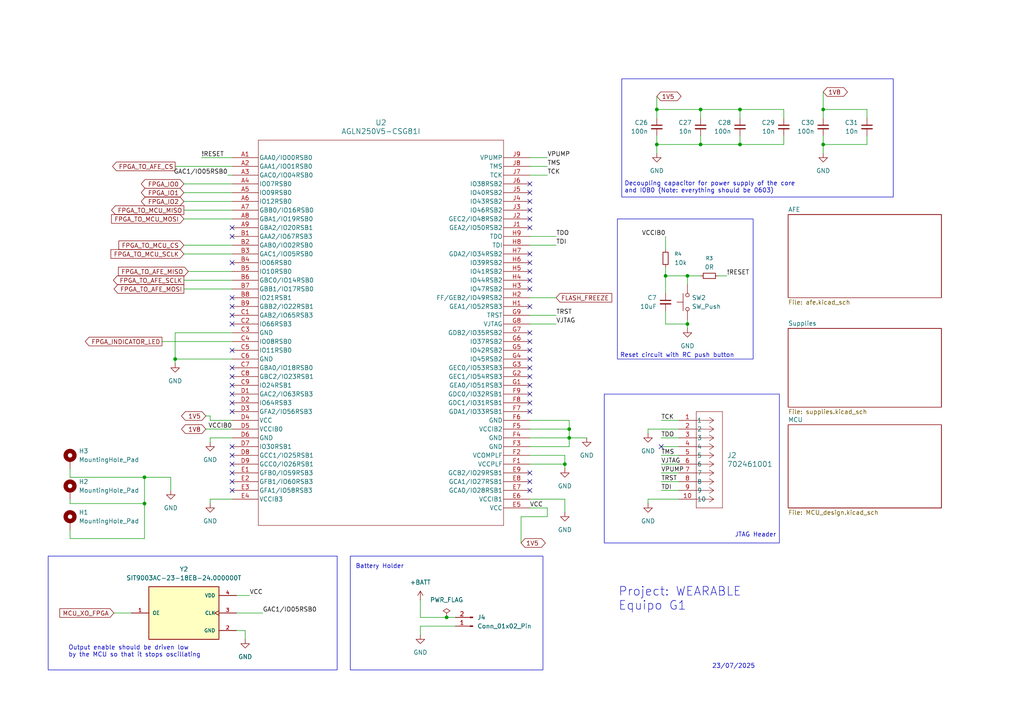
<source format=kicad_sch>
(kicad_sch
	(version 20250114)
	(generator "eeschema")
	(generator_version "9.0")
	(uuid "e7aab18e-5643-42ca-94e8-97bc98f16875")
	(paper "A4")
	(lib_symbols
		(symbol "Connector:Conn_01x02_Pin"
			(pin_names
				(offset 1.016)
				(hide yes)
			)
			(exclude_from_sim no)
			(in_bom yes)
			(on_board yes)
			(property "Reference" "J"
				(at 0 2.54 0)
				(effects
					(font
						(size 1.27 1.27)
					)
				)
			)
			(property "Value" "Conn_01x02_Pin"
				(at 0 -5.08 0)
				(effects
					(font
						(size 1.27 1.27)
					)
				)
			)
			(property "Footprint" ""
				(at 0 0 0)
				(effects
					(font
						(size 1.27 1.27)
					)
					(hide yes)
				)
			)
			(property "Datasheet" "~"
				(at 0 0 0)
				(effects
					(font
						(size 1.27 1.27)
					)
					(hide yes)
				)
			)
			(property "Description" "Generic connector, single row, 01x02, script generated"
				(at 0 0 0)
				(effects
					(font
						(size 1.27 1.27)
					)
					(hide yes)
				)
			)
			(property "ki_locked" ""
				(at 0 0 0)
				(effects
					(font
						(size 1.27 1.27)
					)
				)
			)
			(property "ki_keywords" "connector"
				(at 0 0 0)
				(effects
					(font
						(size 1.27 1.27)
					)
					(hide yes)
				)
			)
			(property "ki_fp_filters" "Connector*:*_1x??_*"
				(at 0 0 0)
				(effects
					(font
						(size 1.27 1.27)
					)
					(hide yes)
				)
			)
			(symbol "Conn_01x02_Pin_1_1"
				(rectangle
					(start 0.8636 0.127)
					(end 0 -0.127)
					(stroke
						(width 0.1524)
						(type default)
					)
					(fill
						(type outline)
					)
				)
				(rectangle
					(start 0.8636 -2.413)
					(end 0 -2.667)
					(stroke
						(width 0.1524)
						(type default)
					)
					(fill
						(type outline)
					)
				)
				(polyline
					(pts
						(xy 1.27 0) (xy 0.8636 0)
					)
					(stroke
						(width 0.1524)
						(type default)
					)
					(fill
						(type none)
					)
				)
				(polyline
					(pts
						(xy 1.27 -2.54) (xy 0.8636 -2.54)
					)
					(stroke
						(width 0.1524)
						(type default)
					)
					(fill
						(type none)
					)
				)
				(pin passive line
					(at 5.08 0 180)
					(length 3.81)
					(name "Pin_1"
						(effects
							(font
								(size 1.27 1.27)
							)
						)
					)
					(number "1"
						(effects
							(font
								(size 1.27 1.27)
							)
						)
					)
				)
				(pin passive line
					(at 5.08 -2.54 180)
					(length 3.81)
					(name "Pin_2"
						(effects
							(font
								(size 1.27 1.27)
							)
						)
					)
					(number "2"
						(effects
							(font
								(size 1.27 1.27)
							)
						)
					)
				)
			)
			(embedded_fonts no)
		)
		(symbol "Device:C_Small"
			(pin_numbers
				(hide yes)
			)
			(pin_names
				(offset 0.254)
				(hide yes)
			)
			(exclude_from_sim no)
			(in_bom yes)
			(on_board yes)
			(property "Reference" "C"
				(at 0.254 1.778 0)
				(effects
					(font
						(size 1.27 1.27)
					)
					(justify left)
				)
			)
			(property "Value" "C_Small"
				(at 0.254 -2.032 0)
				(effects
					(font
						(size 1.27 1.27)
					)
					(justify left)
				)
			)
			(property "Footprint" ""
				(at 0 0 0)
				(effects
					(font
						(size 1.27 1.27)
					)
					(hide yes)
				)
			)
			(property "Datasheet" "~"
				(at 0 0 0)
				(effects
					(font
						(size 1.27 1.27)
					)
					(hide yes)
				)
			)
			(property "Description" "Unpolarized capacitor, small symbol"
				(at 0 0 0)
				(effects
					(font
						(size 1.27 1.27)
					)
					(hide yes)
				)
			)
			(property "ki_keywords" "capacitor cap"
				(at 0 0 0)
				(effects
					(font
						(size 1.27 1.27)
					)
					(hide yes)
				)
			)
			(property "ki_fp_filters" "C_*"
				(at 0 0 0)
				(effects
					(font
						(size 1.27 1.27)
					)
					(hide yes)
				)
			)
			(symbol "C_Small_0_1"
				(polyline
					(pts
						(xy -1.524 0.508) (xy 1.524 0.508)
					)
					(stroke
						(width 0.3048)
						(type default)
					)
					(fill
						(type none)
					)
				)
				(polyline
					(pts
						(xy -1.524 -0.508) (xy 1.524 -0.508)
					)
					(stroke
						(width 0.3302)
						(type default)
					)
					(fill
						(type none)
					)
				)
			)
			(symbol "C_Small_1_1"
				(pin passive line
					(at 0 2.54 270)
					(length 2.032)
					(name "~"
						(effects
							(font
								(size 1.27 1.27)
							)
						)
					)
					(number "1"
						(effects
							(font
								(size 1.27 1.27)
							)
						)
					)
				)
				(pin passive line
					(at 0 -2.54 90)
					(length 2.032)
					(name "~"
						(effects
							(font
								(size 1.27 1.27)
							)
						)
					)
					(number "2"
						(effects
							(font
								(size 1.27 1.27)
							)
						)
					)
				)
			)
			(embedded_fonts no)
		)
		(symbol "Device:R_Small"
			(pin_numbers
				(hide yes)
			)
			(pin_names
				(offset 0.254)
				(hide yes)
			)
			(exclude_from_sim no)
			(in_bom yes)
			(on_board yes)
			(property "Reference" "R"
				(at 0 0 90)
				(effects
					(font
						(size 1.016 1.016)
					)
				)
			)
			(property "Value" "R_Small"
				(at 1.778 0 90)
				(effects
					(font
						(size 1.27 1.27)
					)
				)
			)
			(property "Footprint" ""
				(at 0 0 0)
				(effects
					(font
						(size 1.27 1.27)
					)
					(hide yes)
				)
			)
			(property "Datasheet" "~"
				(at 0 0 0)
				(effects
					(font
						(size 1.27 1.27)
					)
					(hide yes)
				)
			)
			(property "Description" "Resistor, small symbol"
				(at 0 0 0)
				(effects
					(font
						(size 1.27 1.27)
					)
					(hide yes)
				)
			)
			(property "ki_keywords" "R resistor"
				(at 0 0 0)
				(effects
					(font
						(size 1.27 1.27)
					)
					(hide yes)
				)
			)
			(property "ki_fp_filters" "R_*"
				(at 0 0 0)
				(effects
					(font
						(size 1.27 1.27)
					)
					(hide yes)
				)
			)
			(symbol "R_Small_0_1"
				(rectangle
					(start -0.762 1.778)
					(end 0.762 -1.778)
					(stroke
						(width 0.2032)
						(type default)
					)
					(fill
						(type none)
					)
				)
			)
			(symbol "R_Small_1_1"
				(pin passive line
					(at 0 2.54 270)
					(length 0.762)
					(name "~"
						(effects
							(font
								(size 1.27 1.27)
							)
						)
					)
					(number "1"
						(effects
							(font
								(size 1.27 1.27)
							)
						)
					)
				)
				(pin passive line
					(at 0 -2.54 90)
					(length 0.762)
					(name "~"
						(effects
							(font
								(size 1.27 1.27)
							)
						)
					)
					(number "2"
						(effects
							(font
								(size 1.27 1.27)
							)
						)
					)
				)
			)
			(embedded_fonts no)
		)
		(symbol "Mechanical:MountingHole_Pad"
			(pin_numbers
				(hide yes)
			)
			(pin_names
				(offset 1.016)
				(hide yes)
			)
			(exclude_from_sim no)
			(in_bom no)
			(on_board yes)
			(property "Reference" "H"
				(at 0 6.35 0)
				(effects
					(font
						(size 1.27 1.27)
					)
				)
			)
			(property "Value" "MountingHole_Pad"
				(at 0 4.445 0)
				(effects
					(font
						(size 1.27 1.27)
					)
				)
			)
			(property "Footprint" ""
				(at 0 0 0)
				(effects
					(font
						(size 1.27 1.27)
					)
					(hide yes)
				)
			)
			(property "Datasheet" "~"
				(at 0 0 0)
				(effects
					(font
						(size 1.27 1.27)
					)
					(hide yes)
				)
			)
			(property "Description" "Mounting Hole with connection"
				(at 0 0 0)
				(effects
					(font
						(size 1.27 1.27)
					)
					(hide yes)
				)
			)
			(property "ki_keywords" "mounting hole"
				(at 0 0 0)
				(effects
					(font
						(size 1.27 1.27)
					)
					(hide yes)
				)
			)
			(property "ki_fp_filters" "MountingHole*Pad*"
				(at 0 0 0)
				(effects
					(font
						(size 1.27 1.27)
					)
					(hide yes)
				)
			)
			(symbol "MountingHole_Pad_0_1"
				(circle
					(center 0 1.27)
					(radius 1.27)
					(stroke
						(width 1.27)
						(type default)
					)
					(fill
						(type none)
					)
				)
			)
			(symbol "MountingHole_Pad_1_1"
				(pin input line
					(at 0 -2.54 90)
					(length 2.54)
					(name "1"
						(effects
							(font
								(size 1.27 1.27)
							)
						)
					)
					(number "1"
						(effects
							(font
								(size 1.27 1.27)
							)
						)
					)
				)
			)
			(embedded_fonts no)
		)
		(symbol "Proyecto_1:702461001"
			(pin_names
				(offset 0.254)
			)
			(exclude_from_sim no)
			(in_bom yes)
			(on_board yes)
			(property "Reference" "J"
				(at 8.89 6.35 0)
				(effects
					(font
						(size 1.524 1.524)
					)
				)
			)
			(property "Value" "702461001"
				(at 0 0 0)
				(effects
					(font
						(size 1.524 1.524)
					)
				)
			)
			(property "Footprint" "CONN_7024610xx_MOL"
				(at 0 0 0)
				(effects
					(font
						(size 1.27 1.27)
						(italic yes)
					)
					(hide yes)
				)
			)
			(property "Datasheet" "https://www.molex.com/en-us/products/part-detail-pdf/702461001?display=pdf"
				(at 0 0 0)
				(effects
					(font
						(size 1.27 1.27)
						(italic yes)
					)
					(hide yes)
				)
			)
			(property "Description" ""
				(at 0 0 0)
				(effects
					(font
						(size 1.27 1.27)
					)
					(hide yes)
				)
			)
			(property "ki_locked" ""
				(at 0 0 0)
				(effects
					(font
						(size 1.27 1.27)
					)
				)
			)
			(property "ki_keywords" "702461001"
				(at 0 0 0)
				(effects
					(font
						(size 1.27 1.27)
					)
					(hide yes)
				)
			)
			(property "ki_fp_filters" "CONN_7024610xx_MOL"
				(at 0 0 0)
				(effects
					(font
						(size 1.27 1.27)
					)
					(hide yes)
				)
			)
			(symbol "702461001_1_1"
				(polyline
					(pts
						(xy 5.08 2.54) (xy 5.08 -25.4)
					)
					(stroke
						(width 0.127)
						(type default)
					)
					(fill
						(type none)
					)
				)
				(polyline
					(pts
						(xy 5.08 -25.4) (xy 12.7 -25.4)
					)
					(stroke
						(width 0.127)
						(type default)
					)
					(fill
						(type none)
					)
				)
				(polyline
					(pts
						(xy 10.16 0) (xy 5.08 0)
					)
					(stroke
						(width 0.127)
						(type default)
					)
					(fill
						(type none)
					)
				)
				(polyline
					(pts
						(xy 10.16 0) (xy 8.89 0.8467)
					)
					(stroke
						(width 0.127)
						(type default)
					)
					(fill
						(type none)
					)
				)
				(polyline
					(pts
						(xy 10.16 0) (xy 8.89 -0.8467)
					)
					(stroke
						(width 0.127)
						(type default)
					)
					(fill
						(type none)
					)
				)
				(polyline
					(pts
						(xy 10.16 -2.54) (xy 5.08 -2.54)
					)
					(stroke
						(width 0.127)
						(type default)
					)
					(fill
						(type none)
					)
				)
				(polyline
					(pts
						(xy 10.16 -2.54) (xy 8.89 -1.6933)
					)
					(stroke
						(width 0.127)
						(type default)
					)
					(fill
						(type none)
					)
				)
				(polyline
					(pts
						(xy 10.16 -2.54) (xy 8.89 -3.3867)
					)
					(stroke
						(width 0.127)
						(type default)
					)
					(fill
						(type none)
					)
				)
				(polyline
					(pts
						(xy 10.16 -5.08) (xy 5.08 -5.08)
					)
					(stroke
						(width 0.127)
						(type default)
					)
					(fill
						(type none)
					)
				)
				(polyline
					(pts
						(xy 10.16 -5.08) (xy 8.89 -4.2333)
					)
					(stroke
						(width 0.127)
						(type default)
					)
					(fill
						(type none)
					)
				)
				(polyline
					(pts
						(xy 10.16 -5.08) (xy 8.89 -5.9267)
					)
					(stroke
						(width 0.127)
						(type default)
					)
					(fill
						(type none)
					)
				)
				(polyline
					(pts
						(xy 10.16 -7.62) (xy 5.08 -7.62)
					)
					(stroke
						(width 0.127)
						(type default)
					)
					(fill
						(type none)
					)
				)
				(polyline
					(pts
						(xy 10.16 -7.62) (xy 8.89 -6.7733)
					)
					(stroke
						(width 0.127)
						(type default)
					)
					(fill
						(type none)
					)
				)
				(polyline
					(pts
						(xy 10.16 -7.62) (xy 8.89 -8.4667)
					)
					(stroke
						(width 0.127)
						(type default)
					)
					(fill
						(type none)
					)
				)
				(polyline
					(pts
						(xy 10.16 -10.16) (xy 5.08 -10.16)
					)
					(stroke
						(width 0.127)
						(type default)
					)
					(fill
						(type none)
					)
				)
				(polyline
					(pts
						(xy 10.16 -10.16) (xy 8.89 -9.3133)
					)
					(stroke
						(width 0.127)
						(type default)
					)
					(fill
						(type none)
					)
				)
				(polyline
					(pts
						(xy 10.16 -10.16) (xy 8.89 -11.0067)
					)
					(stroke
						(width 0.127)
						(type default)
					)
					(fill
						(type none)
					)
				)
				(polyline
					(pts
						(xy 10.16 -12.7) (xy 5.08 -12.7)
					)
					(stroke
						(width 0.127)
						(type default)
					)
					(fill
						(type none)
					)
				)
				(polyline
					(pts
						(xy 10.16 -12.7) (xy 8.89 -11.8533)
					)
					(stroke
						(width 0.127)
						(type default)
					)
					(fill
						(type none)
					)
				)
				(polyline
					(pts
						(xy 10.16 -12.7) (xy 8.89 -13.5467)
					)
					(stroke
						(width 0.127)
						(type default)
					)
					(fill
						(type none)
					)
				)
				(polyline
					(pts
						(xy 10.16 -15.24) (xy 5.08 -15.24)
					)
					(stroke
						(width 0.127)
						(type default)
					)
					(fill
						(type none)
					)
				)
				(polyline
					(pts
						(xy 10.16 -15.24) (xy 8.89 -14.3933)
					)
					(stroke
						(width 0.127)
						(type default)
					)
					(fill
						(type none)
					)
				)
				(polyline
					(pts
						(xy 10.16 -15.24) (xy 8.89 -16.0867)
					)
					(stroke
						(width 0.127)
						(type default)
					)
					(fill
						(type none)
					)
				)
				(polyline
					(pts
						(xy 10.16 -17.78) (xy 5.08 -17.78)
					)
					(stroke
						(width 0.127)
						(type default)
					)
					(fill
						(type none)
					)
				)
				(polyline
					(pts
						(xy 10.16 -17.78) (xy 8.89 -16.9333)
					)
					(stroke
						(width 0.127)
						(type default)
					)
					(fill
						(type none)
					)
				)
				(polyline
					(pts
						(xy 10.16 -17.78) (xy 8.89 -18.6267)
					)
					(stroke
						(width 0.127)
						(type default)
					)
					(fill
						(type none)
					)
				)
				(polyline
					(pts
						(xy 10.16 -20.32) (xy 5.08 -20.32)
					)
					(stroke
						(width 0.127)
						(type default)
					)
					(fill
						(type none)
					)
				)
				(polyline
					(pts
						(xy 10.16 -20.32) (xy 8.89 -19.4733)
					)
					(stroke
						(width 0.127)
						(type default)
					)
					(fill
						(type none)
					)
				)
				(polyline
					(pts
						(xy 10.16 -20.32) (xy 8.89 -21.1667)
					)
					(stroke
						(width 0.127)
						(type default)
					)
					(fill
						(type none)
					)
				)
				(polyline
					(pts
						(xy 10.16 -22.86) (xy 5.08 -22.86)
					)
					(stroke
						(width 0.127)
						(type default)
					)
					(fill
						(type none)
					)
				)
				(polyline
					(pts
						(xy 10.16 -22.86) (xy 8.89 -22.0133)
					)
					(stroke
						(width 0.127)
						(type default)
					)
					(fill
						(type none)
					)
				)
				(polyline
					(pts
						(xy 10.16 -22.86) (xy 8.89 -23.7067)
					)
					(stroke
						(width 0.127)
						(type default)
					)
					(fill
						(type none)
					)
				)
				(polyline
					(pts
						(xy 12.7 2.54) (xy 5.08 2.54)
					)
					(stroke
						(width 0.127)
						(type default)
					)
					(fill
						(type none)
					)
				)
				(polyline
					(pts
						(xy 12.7 -25.4) (xy 12.7 2.54)
					)
					(stroke
						(width 0.127)
						(type default)
					)
					(fill
						(type none)
					)
				)
				(pin unspecified line
					(at 0 0 0)
					(length 5.08)
					(name "1"
						(effects
							(font
								(size 1.27 1.27)
							)
						)
					)
					(number "1"
						(effects
							(font
								(size 1.27 1.27)
							)
						)
					)
				)
				(pin unspecified line
					(at 0 -2.54 0)
					(length 5.08)
					(name "2"
						(effects
							(font
								(size 1.27 1.27)
							)
						)
					)
					(number "2"
						(effects
							(font
								(size 1.27 1.27)
							)
						)
					)
				)
				(pin unspecified line
					(at 0 -5.08 0)
					(length 5.08)
					(name "3"
						(effects
							(font
								(size 1.27 1.27)
							)
						)
					)
					(number "3"
						(effects
							(font
								(size 1.27 1.27)
							)
						)
					)
				)
				(pin unspecified line
					(at 0 -7.62 0)
					(length 5.08)
					(name "4"
						(effects
							(font
								(size 1.27 1.27)
							)
						)
					)
					(number "4"
						(effects
							(font
								(size 1.27 1.27)
							)
						)
					)
				)
				(pin unspecified line
					(at 0 -10.16 0)
					(length 5.08)
					(name "5"
						(effects
							(font
								(size 1.27 1.27)
							)
						)
					)
					(number "5"
						(effects
							(font
								(size 1.27 1.27)
							)
						)
					)
				)
				(pin unspecified line
					(at 0 -12.7 0)
					(length 5.08)
					(name "6"
						(effects
							(font
								(size 1.27 1.27)
							)
						)
					)
					(number "6"
						(effects
							(font
								(size 1.27 1.27)
							)
						)
					)
				)
				(pin unspecified line
					(at 0 -15.24 0)
					(length 5.08)
					(name "7"
						(effects
							(font
								(size 1.27 1.27)
							)
						)
					)
					(number "7"
						(effects
							(font
								(size 1.27 1.27)
							)
						)
					)
				)
				(pin unspecified line
					(at 0 -17.78 0)
					(length 5.08)
					(name "8"
						(effects
							(font
								(size 1.27 1.27)
							)
						)
					)
					(number "8"
						(effects
							(font
								(size 1.27 1.27)
							)
						)
					)
				)
				(pin unspecified line
					(at 0 -20.32 0)
					(length 5.08)
					(name "9"
						(effects
							(font
								(size 1.27 1.27)
							)
						)
					)
					(number "9"
						(effects
							(font
								(size 1.27 1.27)
							)
						)
					)
				)
				(pin unspecified line
					(at 0 -22.86 0)
					(length 5.08)
					(name "10"
						(effects
							(font
								(size 1.27 1.27)
							)
						)
					)
					(number "10"
						(effects
							(font
								(size 1.27 1.27)
							)
						)
					)
				)
			)
			(symbol "702461001_1_2"
				(polyline
					(pts
						(xy 5.08 2.54) (xy 5.08 -25.4)
					)
					(stroke
						(width 0.127)
						(type default)
					)
					(fill
						(type none)
					)
				)
				(polyline
					(pts
						(xy 5.08 -25.4) (xy 12.7 -25.4)
					)
					(stroke
						(width 0.127)
						(type default)
					)
					(fill
						(type none)
					)
				)
				(polyline
					(pts
						(xy 7.62 0) (xy 5.08 0)
					)
					(stroke
						(width 0.127)
						(type default)
					)
					(fill
						(type none)
					)
				)
				(polyline
					(pts
						(xy 7.62 0) (xy 8.89 0.8467)
					)
					(stroke
						(width 0.127)
						(type default)
					)
					(fill
						(type none)
					)
				)
				(polyline
					(pts
						(xy 7.62 0) (xy 8.89 -0.8467)
					)
					(stroke
						(width 0.127)
						(type default)
					)
					(fill
						(type none)
					)
				)
				(polyline
					(pts
						(xy 7.62 -2.54) (xy 5.08 -2.54)
					)
					(stroke
						(width 0.127)
						(type default)
					)
					(fill
						(type none)
					)
				)
				(polyline
					(pts
						(xy 7.62 -2.54) (xy 8.89 -1.6933)
					)
					(stroke
						(width 0.127)
						(type default)
					)
					(fill
						(type none)
					)
				)
				(polyline
					(pts
						(xy 7.62 -2.54) (xy 8.89 -3.3867)
					)
					(stroke
						(width 0.127)
						(type default)
					)
					(fill
						(type none)
					)
				)
				(polyline
					(pts
						(xy 7.62 -5.08) (xy 5.08 -5.08)
					)
					(stroke
						(width 0.127)
						(type default)
					)
					(fill
						(type none)
					)
				)
				(polyline
					(pts
						(xy 7.62 -5.08) (xy 8.89 -4.2333)
					)
					(stroke
						(width 0.127)
						(type default)
					)
					(fill
						(type none)
					)
				)
				(polyline
					(pts
						(xy 7.62 -5.08) (xy 8.89 -5.9267)
					)
					(stroke
						(width 0.127)
						(type default)
					)
					(fill
						(type none)
					)
				)
				(polyline
					(pts
						(xy 7.62 -7.62) (xy 5.08 -7.62)
					)
					(stroke
						(width 0.127)
						(type default)
					)
					(fill
						(type none)
					)
				)
				(polyline
					(pts
						(xy 7.62 -7.62) (xy 8.89 -6.7733)
					)
					(stroke
						(width 0.127)
						(type default)
					)
					(fill
						(type none)
					)
				)
				(polyline
					(pts
						(xy 7.62 -7.62) (xy 8.89 -8.4667)
					)
					(stroke
						(width 0.127)
						(type default)
					)
					(fill
						(type none)
					)
				)
				(polyline
					(pts
						(xy 7.62 -10.16) (xy 5.08 -10.16)
					)
					(stroke
						(width 0.127)
						(type default)
					)
					(fill
						(type none)
					)
				)
				(polyline
					(pts
						(xy 7.62 -10.16) (xy 8.89 -9.3133)
					)
					(stroke
						(width 0.127)
						(type default)
					)
					(fill
						(type none)
					)
				)
				(polyline
					(pts
						(xy 7.62 -10.16) (xy 8.89 -11.0067)
					)
					(stroke
						(width 0.127)
						(type default)
					)
					(fill
						(type none)
					)
				)
				(polyline
					(pts
						(xy 7.62 -12.7) (xy 5.08 -12.7)
					)
					(stroke
						(width 0.127)
						(type default)
					)
					(fill
						(type none)
					)
				)
				(polyline
					(pts
						(xy 7.62 -12.7) (xy 8.89 -11.8533)
					)
					(stroke
						(width 0.127)
						(type default)
					)
					(fill
						(type none)
					)
				)
				(polyline
					(pts
						(xy 7.62 -12.7) (xy 8.89 -13.5467)
					)
					(stroke
						(width 0.127)
						(type default)
					)
					(fill
						(type none)
					)
				)
				(polyline
					(pts
						(xy 7.62 -15.24) (xy 5.08 -15.24)
					)
					(stroke
						(width 0.127)
						(type default)
					)
					(fill
						(type none)
					)
				)
				(polyline
					(pts
						(xy 7.62 -15.24) (xy 8.89 -14.3933)
					)
					(stroke
						(width 0.127)
						(type default)
					)
					(fill
						(type none)
					)
				)
				(polyline
					(pts
						(xy 7.62 -15.24) (xy 8.89 -16.0867)
					)
					(stroke
						(width 0.127)
						(type default)
					)
					(fill
						(type none)
					)
				)
				(polyline
					(pts
						(xy 7.62 -17.78) (xy 5.08 -17.78)
					)
					(stroke
						(width 0.127)
						(type default)
					)
					(fill
						(type none)
					)
				)
				(polyline
					(pts
						(xy 7.62 -17.78) (xy 8.89 -16.9333)
					)
					(stroke
						(width 0.127)
						(type default)
					)
					(fill
						(type none)
					)
				)
				(polyline
					(pts
						(xy 7.62 -17.78) (xy 8.89 -18.6267)
					)
					(stroke
						(width 0.127)
						(type default)
					)
					(fill
						(type none)
					)
				)
				(polyline
					(pts
						(xy 7.62 -20.32) (xy 5.08 -20.32)
					)
					(stroke
						(width 0.127)
						(type default)
					)
					(fill
						(type none)
					)
				)
				(polyline
					(pts
						(xy 7.62 -20.32) (xy 8.89 -19.4733)
					)
					(stroke
						(width 0.127)
						(type default)
					)
					(fill
						(type none)
					)
				)
				(polyline
					(pts
						(xy 7.62 -20.32) (xy 8.89 -21.1667)
					)
					(stroke
						(width 0.127)
						(type default)
					)
					(fill
						(type none)
					)
				)
				(polyline
					(pts
						(xy 7.62 -22.86) (xy 5.08 -22.86)
					)
					(stroke
						(width 0.127)
						(type default)
					)
					(fill
						(type none)
					)
				)
				(polyline
					(pts
						(xy 7.62 -22.86) (xy 8.89 -22.0133)
					)
					(stroke
						(width 0.127)
						(type default)
					)
					(fill
						(type none)
					)
				)
				(polyline
					(pts
						(xy 7.62 -22.86) (xy 8.89 -23.7067)
					)
					(stroke
						(width 0.127)
						(type default)
					)
					(fill
						(type none)
					)
				)
				(polyline
					(pts
						(xy 12.7 2.54) (xy 5.08 2.54)
					)
					(stroke
						(width 0.127)
						(type default)
					)
					(fill
						(type none)
					)
				)
				(polyline
					(pts
						(xy 12.7 -25.4) (xy 12.7 2.54)
					)
					(stroke
						(width 0.127)
						(type default)
					)
					(fill
						(type none)
					)
				)
				(pin unspecified line
					(at 0 0 0)
					(length 5.08)
					(name "1"
						(effects
							(font
								(size 1.27 1.27)
							)
						)
					)
					(number "1"
						(effects
							(font
								(size 1.27 1.27)
							)
						)
					)
				)
				(pin unspecified line
					(at 0 -2.54 0)
					(length 5.08)
					(name "2"
						(effects
							(font
								(size 1.27 1.27)
							)
						)
					)
					(number "2"
						(effects
							(font
								(size 1.27 1.27)
							)
						)
					)
				)
				(pin unspecified line
					(at 0 -5.08 0)
					(length 5.08)
					(name "3"
						(effects
							(font
								(size 1.27 1.27)
							)
						)
					)
					(number "3"
						(effects
							(font
								(size 1.27 1.27)
							)
						)
					)
				)
				(pin unspecified line
					(at 0 -7.62 0)
					(length 5.08)
					(name "4"
						(effects
							(font
								(size 1.27 1.27)
							)
						)
					)
					(number "4"
						(effects
							(font
								(size 1.27 1.27)
							)
						)
					)
				)
				(pin unspecified line
					(at 0 -10.16 0)
					(length 5.08)
					(name "5"
						(effects
							(font
								(size 1.27 1.27)
							)
						)
					)
					(number "5"
						(effects
							(font
								(size 1.27 1.27)
							)
						)
					)
				)
				(pin unspecified line
					(at 0 -12.7 0)
					(length 5.08)
					(name "6"
						(effects
							(font
								(size 1.27 1.27)
							)
						)
					)
					(number "6"
						(effects
							(font
								(size 1.27 1.27)
							)
						)
					)
				)
				(pin unspecified line
					(at 0 -15.24 0)
					(length 5.08)
					(name "7"
						(effects
							(font
								(size 1.27 1.27)
							)
						)
					)
					(number "7"
						(effects
							(font
								(size 1.27 1.27)
							)
						)
					)
				)
				(pin unspecified line
					(at 0 -17.78 0)
					(length 5.08)
					(name "8"
						(effects
							(font
								(size 1.27 1.27)
							)
						)
					)
					(number "8"
						(effects
							(font
								(size 1.27 1.27)
							)
						)
					)
				)
				(pin unspecified line
					(at 0 -20.32 0)
					(length 5.08)
					(name "9"
						(effects
							(font
								(size 1.27 1.27)
							)
						)
					)
					(number "9"
						(effects
							(font
								(size 1.27 1.27)
							)
						)
					)
				)
				(pin unspecified line
					(at 0 -22.86 0)
					(length 5.08)
					(name "10"
						(effects
							(font
								(size 1.27 1.27)
							)
						)
					)
					(number "10"
						(effects
							(font
								(size 1.27 1.27)
							)
						)
					)
				)
			)
			(embedded_fonts no)
		)
		(symbol "Proyecto_1:AGLN250V5-CSG81I"
			(pin_names
				(offset 0.254)
			)
			(exclude_from_sim no)
			(in_bom yes)
			(on_board yes)
			(property "Reference" "U"
				(at 43.18 10.16 0)
				(effects
					(font
						(size 1.524 1.524)
					)
				)
			)
			(property "Value" "AGLN250V5-CSG81I"
				(at 43.18 7.62 0)
				(effects
					(font
						(size 1.524 1.524)
					)
				)
			)
			(property "Footprint" "CS81_MCH"
				(at 0 0 0)
				(effects
					(font
						(size 1.27 1.27)
						(italic yes)
					)
					(hide yes)
				)
			)
			(property "Datasheet" "AGLN250V5-CSG81I"
				(at 0 0 0)
				(effects
					(font
						(size 1.27 1.27)
						(italic yes)
					)
					(hide yes)
				)
			)
			(property "Description" ""
				(at 0 0 0)
				(effects
					(font
						(size 1.27 1.27)
					)
					(hide yes)
				)
			)
			(property "ki_locked" ""
				(at 0 0 0)
				(effects
					(font
						(size 1.27 1.27)
					)
				)
			)
			(property "ki_keywords" "AGLN250V5-CSG81I"
				(at 0 0 0)
				(effects
					(font
						(size 1.27 1.27)
					)
					(hide yes)
				)
			)
			(property "ki_fp_filters" "CS81_MCH CS81_MCH-M CS81_MCH-L"
				(at 0 0 0)
				(effects
					(font
						(size 1.27 1.27)
					)
					(hide yes)
				)
			)
			(symbol "AGLN250V5-CSG81I_0_1"
				(polyline
					(pts
						(xy 7.62 5.08) (xy 7.62 -106.68)
					)
					(stroke
						(width 0.127)
						(type default)
					)
					(fill
						(type none)
					)
				)
				(polyline
					(pts
						(xy 7.62 -106.68) (xy 78.74 -106.68)
					)
					(stroke
						(width 0.127)
						(type default)
					)
					(fill
						(type none)
					)
				)
				(polyline
					(pts
						(xy 78.74 5.08) (xy 7.62 5.08)
					)
					(stroke
						(width 0.127)
						(type default)
					)
					(fill
						(type none)
					)
				)
				(polyline
					(pts
						(xy 78.74 -106.68) (xy 78.74 5.08)
					)
					(stroke
						(width 0.127)
						(type default)
					)
					(fill
						(type none)
					)
				)
				(pin bidirectional line
					(at 0 0 0)
					(length 7.62)
					(name "GAA0/IO00RSB0"
						(effects
							(font
								(size 1.27 1.27)
							)
						)
					)
					(number "A1"
						(effects
							(font
								(size 1.27 1.27)
							)
						)
					)
				)
				(pin bidirectional line
					(at 0 -2.54 0)
					(length 7.62)
					(name "GAA1/IO01RSB0"
						(effects
							(font
								(size 1.27 1.27)
							)
						)
					)
					(number "A2"
						(effects
							(font
								(size 1.27 1.27)
							)
						)
					)
				)
				(pin bidirectional line
					(at 0 -5.08 0)
					(length 7.62)
					(name "GAC0/IO04RSB0"
						(effects
							(font
								(size 1.27 1.27)
							)
						)
					)
					(number "A3"
						(effects
							(font
								(size 1.27 1.27)
							)
						)
					)
				)
				(pin bidirectional line
					(at 0 -7.62 0)
					(length 7.62)
					(name "IO07RSB0"
						(effects
							(font
								(size 1.27 1.27)
							)
						)
					)
					(number "A4"
						(effects
							(font
								(size 1.27 1.27)
							)
						)
					)
				)
				(pin bidirectional line
					(at 0 -10.16 0)
					(length 7.62)
					(name "IO09RSB0"
						(effects
							(font
								(size 1.27 1.27)
							)
						)
					)
					(number "A5"
						(effects
							(font
								(size 1.27 1.27)
							)
						)
					)
				)
				(pin bidirectional line
					(at 0 -12.7 0)
					(length 7.62)
					(name "IO12RSB0"
						(effects
							(font
								(size 1.27 1.27)
							)
						)
					)
					(number "A6"
						(effects
							(font
								(size 1.27 1.27)
							)
						)
					)
				)
				(pin bidirectional line
					(at 0 -15.24 0)
					(length 7.62)
					(name "GBB0/IO16RSB0"
						(effects
							(font
								(size 1.27 1.27)
							)
						)
					)
					(number "A7"
						(effects
							(font
								(size 1.27 1.27)
							)
						)
					)
				)
				(pin bidirectional line
					(at 0 -17.78 0)
					(length 7.62)
					(name "GBA1/IO19RSB0"
						(effects
							(font
								(size 1.27 1.27)
							)
						)
					)
					(number "A8"
						(effects
							(font
								(size 1.27 1.27)
							)
						)
					)
				)
				(pin bidirectional line
					(at 0 -20.32 0)
					(length 7.62)
					(name "GBA2/IO20RSB1"
						(effects
							(font
								(size 1.27 1.27)
							)
						)
					)
					(number "A9"
						(effects
							(font
								(size 1.27 1.27)
							)
						)
					)
				)
				(pin bidirectional line
					(at 0 -22.86 0)
					(length 7.62)
					(name "GAA2/IO67RSB3"
						(effects
							(font
								(size 1.27 1.27)
							)
						)
					)
					(number "B1"
						(effects
							(font
								(size 1.27 1.27)
							)
						)
					)
				)
				(pin bidirectional line
					(at 0 -25.4 0)
					(length 7.62)
					(name "GAB0/IO02RSB0"
						(effects
							(font
								(size 1.27 1.27)
							)
						)
					)
					(number "B2"
						(effects
							(font
								(size 1.27 1.27)
							)
						)
					)
				)
				(pin bidirectional line
					(at 0 -27.94 0)
					(length 7.62)
					(name "GAC1/IO05RSB0"
						(effects
							(font
								(size 1.27 1.27)
							)
						)
					)
					(number "B3"
						(effects
							(font
								(size 1.27 1.27)
							)
						)
					)
				)
				(pin bidirectional line
					(at 0 -30.48 0)
					(length 7.62)
					(name "IO06RSB0"
						(effects
							(font
								(size 1.27 1.27)
							)
						)
					)
					(number "B4"
						(effects
							(font
								(size 1.27 1.27)
							)
						)
					)
				)
				(pin bidirectional line
					(at 0 -33.02 0)
					(length 7.62)
					(name "IO10RSB0"
						(effects
							(font
								(size 1.27 1.27)
							)
						)
					)
					(number "B5"
						(effects
							(font
								(size 1.27 1.27)
							)
						)
					)
				)
				(pin bidirectional line
					(at 0 -35.56 0)
					(length 7.62)
					(name "GBC0/IO14RSB0"
						(effects
							(font
								(size 1.27 1.27)
							)
						)
					)
					(number "B6"
						(effects
							(font
								(size 1.27 1.27)
							)
						)
					)
				)
				(pin bidirectional line
					(at 0 -38.1 0)
					(length 7.62)
					(name "GBB1/IO17RSB0"
						(effects
							(font
								(size 1.27 1.27)
							)
						)
					)
					(number "B7"
						(effects
							(font
								(size 1.27 1.27)
							)
						)
					)
				)
				(pin bidirectional line
					(at 0 -40.64 0)
					(length 7.62)
					(name "IO21RSB1"
						(effects
							(font
								(size 1.27 1.27)
							)
						)
					)
					(number "B8"
						(effects
							(font
								(size 1.27 1.27)
							)
						)
					)
				)
				(pin bidirectional line
					(at 0 -43.18 0)
					(length 7.62)
					(name "GBB2/IO22RSB1"
						(effects
							(font
								(size 1.27 1.27)
							)
						)
					)
					(number "B9"
						(effects
							(font
								(size 1.27 1.27)
							)
						)
					)
				)
				(pin bidirectional line
					(at 0 -45.72 0)
					(length 7.62)
					(name "GAB2/IO65RSB3"
						(effects
							(font
								(size 1.27 1.27)
							)
						)
					)
					(number "C1"
						(effects
							(font
								(size 1.27 1.27)
							)
						)
					)
				)
				(pin bidirectional line
					(at 0 -48.26 0)
					(length 7.62)
					(name "IO66RSB3"
						(effects
							(font
								(size 1.27 1.27)
							)
						)
					)
					(number "C2"
						(effects
							(font
								(size 1.27 1.27)
							)
						)
					)
				)
				(pin power_out line
					(at 0 -50.8 0)
					(length 7.62)
					(name "GND"
						(effects
							(font
								(size 1.27 1.27)
							)
						)
					)
					(number "C3"
						(effects
							(font
								(size 1.27 1.27)
							)
						)
					)
				)
				(pin bidirectional line
					(at 0 -53.34 0)
					(length 7.62)
					(name "IO08RSB0"
						(effects
							(font
								(size 1.27 1.27)
							)
						)
					)
					(number "C4"
						(effects
							(font
								(size 1.27 1.27)
							)
						)
					)
				)
				(pin bidirectional line
					(at 0 -55.88 0)
					(length 7.62)
					(name "IO11RSB0"
						(effects
							(font
								(size 1.27 1.27)
							)
						)
					)
					(number "C5"
						(effects
							(font
								(size 1.27 1.27)
							)
						)
					)
				)
				(pin power_out line
					(at 0 -58.42 0)
					(length 7.62)
					(name "GND"
						(effects
							(font
								(size 1.27 1.27)
							)
						)
					)
					(number "C6"
						(effects
							(font
								(size 1.27 1.27)
							)
						)
					)
				)
				(pin bidirectional line
					(at 0 -60.96 0)
					(length 7.62)
					(name "GBA0/IO18RSB0"
						(effects
							(font
								(size 1.27 1.27)
							)
						)
					)
					(number "C7"
						(effects
							(font
								(size 1.27 1.27)
							)
						)
					)
				)
				(pin bidirectional line
					(at 0 -63.5 0)
					(length 7.62)
					(name "GBC2/IO23RSB1"
						(effects
							(font
								(size 1.27 1.27)
							)
						)
					)
					(number "C8"
						(effects
							(font
								(size 1.27 1.27)
							)
						)
					)
				)
				(pin bidirectional line
					(at 0 -66.04 0)
					(length 7.62)
					(name "IO24RSB1"
						(effects
							(font
								(size 1.27 1.27)
							)
						)
					)
					(number "C9"
						(effects
							(font
								(size 1.27 1.27)
							)
						)
					)
				)
				(pin bidirectional line
					(at 0 -68.58 0)
					(length 7.62)
					(name "GAC2/IO63RSB3"
						(effects
							(font
								(size 1.27 1.27)
							)
						)
					)
					(number "D1"
						(effects
							(font
								(size 1.27 1.27)
							)
						)
					)
				)
				(pin bidirectional line
					(at 0 -71.12 0)
					(length 7.62)
					(name "IO64RSB3"
						(effects
							(font
								(size 1.27 1.27)
							)
						)
					)
					(number "D2"
						(effects
							(font
								(size 1.27 1.27)
							)
						)
					)
				)
				(pin bidirectional line
					(at 0 -73.66 0)
					(length 7.62)
					(name "GFA2/IO56RSB3"
						(effects
							(font
								(size 1.27 1.27)
							)
						)
					)
					(number "D3"
						(effects
							(font
								(size 1.27 1.27)
							)
						)
					)
				)
				(pin power_in line
					(at 0 -76.2 0)
					(length 7.62)
					(name "VCC"
						(effects
							(font
								(size 1.27 1.27)
							)
						)
					)
					(number "D4"
						(effects
							(font
								(size 1.27 1.27)
							)
						)
					)
				)
				(pin power_in line
					(at 0 -78.74 0)
					(length 7.62)
					(name "VCCIB0"
						(effects
							(font
								(size 1.27 1.27)
							)
						)
					)
					(number "D5"
						(effects
							(font
								(size 1.27 1.27)
							)
						)
					)
				)
				(pin power_out line
					(at 0 -81.28 0)
					(length 7.62)
					(name "GND"
						(effects
							(font
								(size 1.27 1.27)
							)
						)
					)
					(number "D6"
						(effects
							(font
								(size 1.27 1.27)
							)
						)
					)
				)
				(pin bidirectional line
					(at 0 -83.82 0)
					(length 7.62)
					(name "IO30RSB1"
						(effects
							(font
								(size 1.27 1.27)
							)
						)
					)
					(number "D7"
						(effects
							(font
								(size 1.27 1.27)
							)
						)
					)
				)
				(pin bidirectional line
					(at 0 -86.36 0)
					(length 7.62)
					(name "GCC1/IO25RSB1"
						(effects
							(font
								(size 1.27 1.27)
							)
						)
					)
					(number "D8"
						(effects
							(font
								(size 1.27 1.27)
							)
						)
					)
				)
				(pin bidirectional line
					(at 0 -88.9 0)
					(length 7.62)
					(name "GCC0/IO26RSB1"
						(effects
							(font
								(size 1.27 1.27)
							)
						)
					)
					(number "D9"
						(effects
							(font
								(size 1.27 1.27)
							)
						)
					)
				)
				(pin bidirectional line
					(at 0 -91.44 0)
					(length 7.62)
					(name "GFB0/IO59RSB3"
						(effects
							(font
								(size 1.27 1.27)
							)
						)
					)
					(number "E1"
						(effects
							(font
								(size 1.27 1.27)
							)
						)
					)
				)
				(pin bidirectional line
					(at 0 -93.98 0)
					(length 7.62)
					(name "GFB1/IO60RSB3"
						(effects
							(font
								(size 1.27 1.27)
							)
						)
					)
					(number "E2"
						(effects
							(font
								(size 1.27 1.27)
							)
						)
					)
				)
				(pin bidirectional line
					(at 0 -96.52 0)
					(length 7.62)
					(name "GFA1/IO58RSB3"
						(effects
							(font
								(size 1.27 1.27)
							)
						)
					)
					(number "E3"
						(effects
							(font
								(size 1.27 1.27)
							)
						)
					)
				)
				(pin power_in line
					(at 0 -99.06 0)
					(length 7.62)
					(name "VCCIB3"
						(effects
							(font
								(size 1.27 1.27)
							)
						)
					)
					(number "E4"
						(effects
							(font
								(size 1.27 1.27)
							)
						)
					)
				)
				(pin power_in line
					(at 86.36 0 180)
					(length 7.62)
					(name "VPUMP"
						(effects
							(font
								(size 1.27 1.27)
							)
						)
					)
					(number "J9"
						(effects
							(font
								(size 1.27 1.27)
							)
						)
					)
				)
				(pin input line
					(at 86.36 -2.54 180)
					(length 7.62)
					(name "TMS"
						(effects
							(font
								(size 1.27 1.27)
							)
						)
					)
					(number "J8"
						(effects
							(font
								(size 1.27 1.27)
							)
						)
					)
				)
				(pin input line
					(at 86.36 -5.08 180)
					(length 7.62)
					(name "TCK"
						(effects
							(font
								(size 1.27 1.27)
							)
						)
					)
					(number "J7"
						(effects
							(font
								(size 1.27 1.27)
							)
						)
					)
				)
				(pin bidirectional line
					(at 86.36 -7.62 180)
					(length 7.62)
					(name "IO38RSB2"
						(effects
							(font
								(size 1.27 1.27)
							)
						)
					)
					(number "J6"
						(effects
							(font
								(size 1.27 1.27)
							)
						)
					)
				)
				(pin bidirectional line
					(at 86.36 -10.16 180)
					(length 7.62)
					(name "IO40RSB2"
						(effects
							(font
								(size 1.27 1.27)
							)
						)
					)
					(number "J5"
						(effects
							(font
								(size 1.27 1.27)
							)
						)
					)
				)
				(pin bidirectional line
					(at 86.36 -12.7 180)
					(length 7.62)
					(name "IO43RSB2"
						(effects
							(font
								(size 1.27 1.27)
							)
						)
					)
					(number "J4"
						(effects
							(font
								(size 1.27 1.27)
							)
						)
					)
				)
				(pin bidirectional line
					(at 86.36 -15.24 180)
					(length 7.62)
					(name "IO46RSB2"
						(effects
							(font
								(size 1.27 1.27)
							)
						)
					)
					(number "J3"
						(effects
							(font
								(size 1.27 1.27)
							)
						)
					)
				)
				(pin bidirectional line
					(at 86.36 -17.78 180)
					(length 7.62)
					(name "GEC2/IO48RSB2"
						(effects
							(font
								(size 1.27 1.27)
							)
						)
					)
					(number "J2"
						(effects
							(font
								(size 1.27 1.27)
							)
						)
					)
				)
				(pin bidirectional line
					(at 86.36 -20.32 180)
					(length 7.62)
					(name "GEA2/IO50RSB2"
						(effects
							(font
								(size 1.27 1.27)
							)
						)
					)
					(number "J1"
						(effects
							(font
								(size 1.27 1.27)
							)
						)
					)
				)
				(pin output line
					(at 86.36 -22.86 180)
					(length 7.62)
					(name "TDO"
						(effects
							(font
								(size 1.27 1.27)
							)
						)
					)
					(number "H9"
						(effects
							(font
								(size 1.27 1.27)
							)
						)
					)
				)
				(pin input line
					(at 86.36 -25.4 180)
					(length 7.62)
					(name "TDI"
						(effects
							(font
								(size 1.27 1.27)
							)
						)
					)
					(number "H8"
						(effects
							(font
								(size 1.27 1.27)
							)
						)
					)
				)
				(pin bidirectional line
					(at 86.36 -27.94 180)
					(length 7.62)
					(name "GDA2/IO34RSB2"
						(effects
							(font
								(size 1.27 1.27)
							)
						)
					)
					(number "H7"
						(effects
							(font
								(size 1.27 1.27)
							)
						)
					)
				)
				(pin bidirectional line
					(at 86.36 -30.48 180)
					(length 7.62)
					(name "IO39RSB2"
						(effects
							(font
								(size 1.27 1.27)
							)
						)
					)
					(number "H6"
						(effects
							(font
								(size 1.27 1.27)
							)
						)
					)
				)
				(pin bidirectional line
					(at 86.36 -33.02 180)
					(length 7.62)
					(name "IO41RSB2"
						(effects
							(font
								(size 1.27 1.27)
							)
						)
					)
					(number "H5"
						(effects
							(font
								(size 1.27 1.27)
							)
						)
					)
				)
				(pin bidirectional line
					(at 86.36 -35.56 180)
					(length 7.62)
					(name "IO44RSB2"
						(effects
							(font
								(size 1.27 1.27)
							)
						)
					)
					(number "H4"
						(effects
							(font
								(size 1.27 1.27)
							)
						)
					)
				)
				(pin bidirectional line
					(at 86.36 -38.1 180)
					(length 7.62)
					(name "IO47RSB2"
						(effects
							(font
								(size 1.27 1.27)
							)
						)
					)
					(number "H3"
						(effects
							(font
								(size 1.27 1.27)
							)
						)
					)
				)
				(pin bidirectional line
					(at 86.36 -40.64 180)
					(length 7.62)
					(name "FF/GEB2/IO49RSB2"
						(effects
							(font
								(size 1.27 1.27)
							)
						)
					)
					(number "H2"
						(effects
							(font
								(size 1.27 1.27)
							)
						)
					)
				)
				(pin bidirectional line
					(at 86.36 -43.18 180)
					(length 7.62)
					(name "GEA1/IO52RSB3"
						(effects
							(font
								(size 1.27 1.27)
							)
						)
					)
					(number "H1"
						(effects
							(font
								(size 1.27 1.27)
							)
						)
					)
				)
				(pin input line
					(at 86.36 -45.72 180)
					(length 7.62)
					(name "TRST"
						(effects
							(font
								(size 1.27 1.27)
							)
						)
					)
					(number "G9"
						(effects
							(font
								(size 1.27 1.27)
							)
						)
					)
				)
				(pin power_in line
					(at 86.36 -48.26 180)
					(length 7.62)
					(name "VJTAG"
						(effects
							(font
								(size 1.27 1.27)
							)
						)
					)
					(number "G8"
						(effects
							(font
								(size 1.27 1.27)
							)
						)
					)
				)
				(pin bidirectional line
					(at 86.36 -50.8 180)
					(length 7.62)
					(name "GDB2/IO35RSB2"
						(effects
							(font
								(size 1.27 1.27)
							)
						)
					)
					(number "G7"
						(effects
							(font
								(size 1.27 1.27)
							)
						)
					)
				)
				(pin bidirectional line
					(at 86.36 -53.34 180)
					(length 7.62)
					(name "IO37RSB2"
						(effects
							(font
								(size 1.27 1.27)
							)
						)
					)
					(number "G6"
						(effects
							(font
								(size 1.27 1.27)
							)
						)
					)
				)
				(pin bidirectional line
					(at 86.36 -55.88 180)
					(length 7.62)
					(name "IO42RSB2"
						(effects
							(font
								(size 1.27 1.27)
							)
						)
					)
					(number "G5"
						(effects
							(font
								(size 1.27 1.27)
							)
						)
					)
				)
				(pin bidirectional line
					(at 86.36 -58.42 180)
					(length 7.62)
					(name "IO45RSB2"
						(effects
							(font
								(size 1.27 1.27)
							)
						)
					)
					(number "G4"
						(effects
							(font
								(size 1.27 1.27)
							)
						)
					)
				)
				(pin bidirectional line
					(at 86.36 -60.96 180)
					(length 7.62)
					(name "GEC0/IO53RSB3"
						(effects
							(font
								(size 1.27 1.27)
							)
						)
					)
					(number "G3"
						(effects
							(font
								(size 1.27 1.27)
							)
						)
					)
				)
				(pin bidirectional line
					(at 86.36 -63.5 180)
					(length 7.62)
					(name "GEC1/IO54RSB3"
						(effects
							(font
								(size 1.27 1.27)
							)
						)
					)
					(number "G2"
						(effects
							(font
								(size 1.27 1.27)
							)
						)
					)
				)
				(pin bidirectional line
					(at 86.36 -66.04 180)
					(length 7.62)
					(name "GEA0/IO51RSB3"
						(effects
							(font
								(size 1.27 1.27)
							)
						)
					)
					(number "G1"
						(effects
							(font
								(size 1.27 1.27)
							)
						)
					)
				)
				(pin bidirectional line
					(at 86.36 -68.58 180)
					(length 7.62)
					(name "GDC0/IO32RSB1"
						(effects
							(font
								(size 1.27 1.27)
							)
						)
					)
					(number "F9"
						(effects
							(font
								(size 1.27 1.27)
							)
						)
					)
				)
				(pin bidirectional line
					(at 86.36 -71.12 180)
					(length 7.62)
					(name "GDC1/IO31RSB1"
						(effects
							(font
								(size 1.27 1.27)
							)
						)
					)
					(number "F8"
						(effects
							(font
								(size 1.27 1.27)
							)
						)
					)
				)
				(pin bidirectional line
					(at 86.36 -73.66 180)
					(length 7.62)
					(name "GDA1/IO33RSB1"
						(effects
							(font
								(size 1.27 1.27)
							)
						)
					)
					(number "F7"
						(effects
							(font
								(size 1.27 1.27)
							)
						)
					)
				)
				(pin power_out line
					(at 86.36 -76.2 180)
					(length 7.62)
					(name "GND"
						(effects
							(font
								(size 1.27 1.27)
							)
						)
					)
					(number "F6"
						(effects
							(font
								(size 1.27 1.27)
							)
						)
					)
				)
				(pin power_in line
					(at 86.36 -78.74 180)
					(length 7.62)
					(name "VCCIB2"
						(effects
							(font
								(size 1.27 1.27)
							)
						)
					)
					(number "F5"
						(effects
							(font
								(size 1.27 1.27)
							)
						)
					)
				)
				(pin power_out line
					(at 86.36 -81.28 180)
					(length 7.62)
					(name "GND"
						(effects
							(font
								(size 1.27 1.27)
							)
						)
					)
					(number "F4"
						(effects
							(font
								(size 1.27 1.27)
							)
						)
					)
				)
				(pin power_out line
					(at 86.36 -83.82 180)
					(length 7.62)
					(name "GND"
						(effects
							(font
								(size 1.27 1.27)
							)
						)
					)
					(number "F3"
						(effects
							(font
								(size 1.27 1.27)
							)
						)
					)
				)
				(pin power_in line
					(at 86.36 -86.36 180)
					(length 7.62)
					(name "VCOMPLF"
						(effects
							(font
								(size 1.27 1.27)
							)
						)
					)
					(number "F2"
						(effects
							(font
								(size 1.27 1.27)
							)
						)
					)
				)
				(pin power_in line
					(at 86.36 -88.9 180)
					(length 7.62)
					(name "VCCPLF"
						(effects
							(font
								(size 1.27 1.27)
							)
						)
					)
					(number "F1"
						(effects
							(font
								(size 1.27 1.27)
							)
						)
					)
				)
				(pin bidirectional line
					(at 86.36 -91.44 180)
					(length 7.62)
					(name "GCB2/IO29RSB1"
						(effects
							(font
								(size 1.27 1.27)
							)
						)
					)
					(number "E9"
						(effects
							(font
								(size 1.27 1.27)
							)
						)
					)
				)
				(pin bidirectional line
					(at 86.36 -93.98 180)
					(length 7.62)
					(name "GCA1/IO27RSB1"
						(effects
							(font
								(size 1.27 1.27)
							)
						)
					)
					(number "E8"
						(effects
							(font
								(size 1.27 1.27)
							)
						)
					)
				)
				(pin bidirectional line
					(at 86.36 -96.52 180)
					(length 7.62)
					(name "GCA0/IO28RSB1"
						(effects
							(font
								(size 1.27 1.27)
							)
						)
					)
					(number "E7"
						(effects
							(font
								(size 1.27 1.27)
							)
						)
					)
				)
				(pin power_in line
					(at 86.36 -99.06 180)
					(length 7.62)
					(name "VCCIB1"
						(effects
							(font
								(size 1.27 1.27)
							)
						)
					)
					(number "E6"
						(effects
							(font
								(size 1.27 1.27)
							)
						)
					)
				)
				(pin power_in line
					(at 86.36 -101.6 180)
					(length 7.62)
					(name "VCC"
						(effects
							(font
								(size 1.27 1.27)
							)
						)
					)
					(number "E5"
						(effects
							(font
								(size 1.27 1.27)
							)
						)
					)
				)
			)
			(embedded_fonts no)
		)
		(symbol "Proyecto_1:SIT9003AC-23-18EB-24.000000T"
			(pin_names
				(offset 1.016)
			)
			(exclude_from_sim no)
			(in_bom yes)
			(on_board yes)
			(property "Reference" "Y"
				(at -10.16 8.128 0)
				(effects
					(font
						(size 1.27 1.27)
					)
					(justify left bottom)
				)
			)
			(property "Value" "SIT9003AC-23-18EB-24.000000T"
				(at -10.16 -10.16 0)
				(effects
					(font
						(size 1.27 1.27)
					)
					(justify left bottom)
				)
			)
			(property "Footprint" "SIT9003AC-23-18EB-24.000000T:OSC_SIT9003AC-23-18EB-24.000000T"
				(at 0 0 0)
				(effects
					(font
						(size 1.27 1.27)
					)
					(justify bottom)
					(hide yes)
				)
			)
			(property "Datasheet" ""
				(at 0 0 0)
				(effects
					(font
						(size 1.27 1.27)
					)
					(hide yes)
				)
			)
			(property "Description" ""
				(at 0 0 0)
				(effects
					(font
						(size 1.27 1.27)
					)
					(hide yes)
				)
			)
			(property "DigiKey_Part_Number" "SIT9003AC-23-18EB-24.000000T-ND"
				(at 0 0 0)
				(effects
					(font
						(size 1.27 1.27)
					)
					(justify bottom)
					(hide yes)
				)
			)
			(property "SnapEDA_Link" "https://www.snapeda.com/parts/SIT9003AC-23-18EB-24.000000T/SiTime/view-part/?ref=snap"
				(at 0 0 0)
				(effects
					(font
						(size 1.27 1.27)
					)
					(justify bottom)
					(hide yes)
				)
			)
			(property "MAXIMUM_PACKAGE_HEIGHT" "0.8 mm"
				(at 0 0 0)
				(effects
					(font
						(size 1.27 1.27)
					)
					(justify bottom)
					(hide yes)
				)
			)
			(property "Package" "NON STANDARD-4 Rochester Electronics"
				(at 0 0 0)
				(effects
					(font
						(size 1.27 1.27)
					)
					(justify bottom)
					(hide yes)
				)
			)
			(property "Check_prices" "https://www.snapeda.com/parts/SIT9003AC-23-18EB-24.000000T/SiTime/view-part/?ref=eda"
				(at 0 0 0)
				(effects
					(font
						(size 1.27 1.27)
					)
					(justify bottom)
					(hide yes)
				)
			)
			(property "STANDARD" "Manufacturer Recommendations"
				(at 0 0 0)
				(effects
					(font
						(size 1.27 1.27)
					)
					(justify bottom)
					(hide yes)
				)
			)
			(property "PARTREV" "NA"
				(at 0 0 0)
				(effects
					(font
						(size 1.27 1.27)
					)
					(justify bottom)
					(hide yes)
				)
			)
			(property "MF" "SiTIME"
				(at 0 0 0)
				(effects
					(font
						(size 1.27 1.27)
					)
					(justify bottom)
					(hide yes)
				)
			)
			(property "MP" "SIT9003AC-23-18EB-24.000000T"
				(at 0 0 0)
				(effects
					(font
						(size 1.27 1.27)
					)
					(justify bottom)
					(hide yes)
				)
			)
			(property "Description_1" "24 MHz XO (Standard) LVCMOS, LVTTL Oscillator 1.8V Enable/Disable 4-SMD, No Lead"
				(at 0 0 0)
				(effects
					(font
						(size 1.27 1.27)
					)
					(justify bottom)
					(hide yes)
				)
			)
			(property "MANUFACTURER" "SITIME"
				(at 0 0 0)
				(effects
					(font
						(size 1.27 1.27)
					)
					(justify bottom)
					(hide yes)
				)
			)
			(symbol "SIT9003AC-23-18EB-24.000000T_0_0"
				(rectangle
					(start -10.16 -7.62)
					(end 10.16 7.62)
					(stroke
						(width 0.254)
						(type default)
					)
					(fill
						(type background)
					)
				)
				(pin input line
					(at -15.24 0 0)
					(length 5.08)
					(name "OE"
						(effects
							(font
								(size 1.016 1.016)
							)
						)
					)
					(number "1"
						(effects
							(font
								(size 1.016 1.016)
							)
						)
					)
				)
				(pin power_in line
					(at 15.24 5.08 180)
					(length 5.08)
					(name "VDD"
						(effects
							(font
								(size 1.016 1.016)
							)
						)
					)
					(number "4"
						(effects
							(font
								(size 1.016 1.016)
							)
						)
					)
				)
				(pin output clock
					(at 15.24 0 180)
					(length 5.08)
					(name "CLK"
						(effects
							(font
								(size 1.016 1.016)
							)
						)
					)
					(number "3"
						(effects
							(font
								(size 1.016 1.016)
							)
						)
					)
				)
				(pin power_in line
					(at 15.24 -5.08 180)
					(length 5.08)
					(name "GND"
						(effects
							(font
								(size 1.016 1.016)
							)
						)
					)
					(number "2"
						(effects
							(font
								(size 1.016 1.016)
							)
						)
					)
				)
			)
			(embedded_fonts no)
		)
		(symbol "Switch:SW_Push"
			(pin_numbers
				(hide yes)
			)
			(pin_names
				(offset 1.016)
				(hide yes)
			)
			(exclude_from_sim no)
			(in_bom yes)
			(on_board yes)
			(property "Reference" "SW"
				(at 1.27 2.54 0)
				(effects
					(font
						(size 1.27 1.27)
					)
					(justify left)
				)
			)
			(property "Value" "SW_Push"
				(at 0 -1.524 0)
				(effects
					(font
						(size 1.27 1.27)
					)
				)
			)
			(property "Footprint" ""
				(at 0 5.08 0)
				(effects
					(font
						(size 1.27 1.27)
					)
					(hide yes)
				)
			)
			(property "Datasheet" "~"
				(at 0 5.08 0)
				(effects
					(font
						(size 1.27 1.27)
					)
					(hide yes)
				)
			)
			(property "Description" "Push button switch, generic, two pins"
				(at 0 0 0)
				(effects
					(font
						(size 1.27 1.27)
					)
					(hide yes)
				)
			)
			(property "ki_keywords" "switch normally-open pushbutton push-button"
				(at 0 0 0)
				(effects
					(font
						(size 1.27 1.27)
					)
					(hide yes)
				)
			)
			(symbol "SW_Push_0_1"
				(circle
					(center -2.032 0)
					(radius 0.508)
					(stroke
						(width 0)
						(type default)
					)
					(fill
						(type none)
					)
				)
				(polyline
					(pts
						(xy 0 1.27) (xy 0 3.048)
					)
					(stroke
						(width 0)
						(type default)
					)
					(fill
						(type none)
					)
				)
				(circle
					(center 2.032 0)
					(radius 0.508)
					(stroke
						(width 0)
						(type default)
					)
					(fill
						(type none)
					)
				)
				(polyline
					(pts
						(xy 2.54 1.27) (xy -2.54 1.27)
					)
					(stroke
						(width 0)
						(type default)
					)
					(fill
						(type none)
					)
				)
				(pin passive line
					(at -5.08 0 0)
					(length 2.54)
					(name "1"
						(effects
							(font
								(size 1.27 1.27)
							)
						)
					)
					(number "1"
						(effects
							(font
								(size 1.27 1.27)
							)
						)
					)
				)
				(pin passive line
					(at 5.08 0 180)
					(length 2.54)
					(name "2"
						(effects
							(font
								(size 1.27 1.27)
							)
						)
					)
					(number "2"
						(effects
							(font
								(size 1.27 1.27)
							)
						)
					)
				)
			)
			(embedded_fonts no)
		)
		(symbol "power:+BATT"
			(power)
			(pin_numbers
				(hide yes)
			)
			(pin_names
				(offset 0)
				(hide yes)
			)
			(exclude_from_sim no)
			(in_bom yes)
			(on_board yes)
			(property "Reference" "#PWR"
				(at 0 -3.81 0)
				(effects
					(font
						(size 1.27 1.27)
					)
					(hide yes)
				)
			)
			(property "Value" "+BATT"
				(at 0 3.556 0)
				(effects
					(font
						(size 1.27 1.27)
					)
				)
			)
			(property "Footprint" ""
				(at 0 0 0)
				(effects
					(font
						(size 1.27 1.27)
					)
					(hide yes)
				)
			)
			(property "Datasheet" ""
				(at 0 0 0)
				(effects
					(font
						(size 1.27 1.27)
					)
					(hide yes)
				)
			)
			(property "Description" "Power symbol creates a global label with name \"+BATT\""
				(at 0 0 0)
				(effects
					(font
						(size 1.27 1.27)
					)
					(hide yes)
				)
			)
			(property "ki_keywords" "global power battery"
				(at 0 0 0)
				(effects
					(font
						(size 1.27 1.27)
					)
					(hide yes)
				)
			)
			(symbol "+BATT_0_1"
				(polyline
					(pts
						(xy -0.762 1.27) (xy 0 2.54)
					)
					(stroke
						(width 0)
						(type default)
					)
					(fill
						(type none)
					)
				)
				(polyline
					(pts
						(xy 0 2.54) (xy 0.762 1.27)
					)
					(stroke
						(width 0)
						(type default)
					)
					(fill
						(type none)
					)
				)
				(polyline
					(pts
						(xy 0 0) (xy 0 2.54)
					)
					(stroke
						(width 0)
						(type default)
					)
					(fill
						(type none)
					)
				)
			)
			(symbol "+BATT_1_1"
				(pin power_in line
					(at 0 0 90)
					(length 0)
					(name "~"
						(effects
							(font
								(size 1.27 1.27)
							)
						)
					)
					(number "1"
						(effects
							(font
								(size 1.27 1.27)
							)
						)
					)
				)
			)
			(embedded_fonts no)
		)
		(symbol "power:GND"
			(power)
			(pin_numbers
				(hide yes)
			)
			(pin_names
				(offset 0)
				(hide yes)
			)
			(exclude_from_sim no)
			(in_bom yes)
			(on_board yes)
			(property "Reference" "#PWR"
				(at 0 -6.35 0)
				(effects
					(font
						(size 1.27 1.27)
					)
					(hide yes)
				)
			)
			(property "Value" "GND"
				(at 0 -3.81 0)
				(effects
					(font
						(size 1.27 1.27)
					)
				)
			)
			(property "Footprint" ""
				(at 0 0 0)
				(effects
					(font
						(size 1.27 1.27)
					)
					(hide yes)
				)
			)
			(property "Datasheet" ""
				(at 0 0 0)
				(effects
					(font
						(size 1.27 1.27)
					)
					(hide yes)
				)
			)
			(property "Description" "Power symbol creates a global label with name \"GND\" , ground"
				(at 0 0 0)
				(effects
					(font
						(size 1.27 1.27)
					)
					(hide yes)
				)
			)
			(property "ki_keywords" "global power"
				(at 0 0 0)
				(effects
					(font
						(size 1.27 1.27)
					)
					(hide yes)
				)
			)
			(symbol "GND_0_1"
				(polyline
					(pts
						(xy 0 0) (xy 0 -1.27) (xy 1.27 -1.27) (xy 0 -2.54) (xy -1.27 -1.27) (xy 0 -1.27)
					)
					(stroke
						(width 0)
						(type default)
					)
					(fill
						(type none)
					)
				)
			)
			(symbol "GND_1_1"
				(pin power_in line
					(at 0 0 270)
					(length 0)
					(name "~"
						(effects
							(font
								(size 1.27 1.27)
							)
						)
					)
					(number "1"
						(effects
							(font
								(size 1.27 1.27)
							)
						)
					)
				)
			)
			(embedded_fonts no)
		)
		(symbol "power:PWR_FLAG"
			(power)
			(pin_numbers
				(hide yes)
			)
			(pin_names
				(offset 0)
				(hide yes)
			)
			(exclude_from_sim no)
			(in_bom yes)
			(on_board yes)
			(property "Reference" "#FLG"
				(at 0 1.905 0)
				(effects
					(font
						(size 1.27 1.27)
					)
					(hide yes)
				)
			)
			(property "Value" "PWR_FLAG"
				(at 0 3.81 0)
				(effects
					(font
						(size 1.27 1.27)
					)
				)
			)
			(property "Footprint" ""
				(at 0 0 0)
				(effects
					(font
						(size 1.27 1.27)
					)
					(hide yes)
				)
			)
			(property "Datasheet" "~"
				(at 0 0 0)
				(effects
					(font
						(size 1.27 1.27)
					)
					(hide yes)
				)
			)
			(property "Description" "Special symbol for telling ERC where power comes from"
				(at 0 0 0)
				(effects
					(font
						(size 1.27 1.27)
					)
					(hide yes)
				)
			)
			(property "ki_keywords" "flag power"
				(at 0 0 0)
				(effects
					(font
						(size 1.27 1.27)
					)
					(hide yes)
				)
			)
			(symbol "PWR_FLAG_0_0"
				(pin power_out line
					(at 0 0 90)
					(length 0)
					(name "~"
						(effects
							(font
								(size 1.27 1.27)
							)
						)
					)
					(number "1"
						(effects
							(font
								(size 1.27 1.27)
							)
						)
					)
				)
			)
			(symbol "PWR_FLAG_0_1"
				(polyline
					(pts
						(xy 0 0) (xy 0 1.27) (xy -1.016 1.905) (xy 0 2.54) (xy 1.016 1.905) (xy 0 1.27)
					)
					(stroke
						(width 0)
						(type default)
					)
					(fill
						(type none)
					)
				)
			)
			(embedded_fonts no)
		)
	)
	(rectangle
		(start 179.07 63.5)
		(end 218.44 104.14)
		(stroke
			(width 0)
			(type default)
		)
		(fill
			(type none)
		)
		(uuid 00d64b6f-fe5d-4033-9592-3357e3bc7bd4)
	)
	(rectangle
		(start 175.26 114.3)
		(end 226.06 157.48)
		(stroke
			(width 0)
			(type default)
		)
		(fill
			(type none)
		)
		(uuid aeb4b483-e4be-42bb-be54-06f0394b8bad)
	)
	(rectangle
		(start 101.6 161.29)
		(end 157.48 194.31)
		(stroke
			(width 0)
			(type default)
		)
		(fill
			(type none)
		)
		(uuid b4b333c3-14a6-40ef-8671-0144f8ca22e7)
	)
	(rectangle
		(start 180.34 22.86)
		(end 259.08 57.15)
		(stroke
			(width 0)
			(type default)
		)
		(fill
			(type none)
		)
		(uuid bb5bdaa2-91f0-4ffe-81f9-4e7dec56e96e)
	)
	(rectangle
		(start 13.97 161.29)
		(end 97.79 194.31)
		(stroke
			(width 0)
			(type default)
		)
		(fill
			(type none)
		)
		(uuid fa32be3a-c338-4a95-976e-ac93d6b7e64f)
	)
	(text "Reset circuit with RC push button\n"
		(exclude_from_sim no)
		(at 179.832 103.124 0)
		(effects
			(font
				(size 1.27 1.27)
			)
			(justify left)
		)
		(uuid "402c81ad-cca0-4f65-b536-9cd7850017d4")
	)
	(text "JTAG Header"
		(exclude_from_sim no)
		(at 213.106 155.194 0)
		(effects
			(font
				(size 1.27 1.27)
			)
			(justify left)
		)
		(uuid "52fc2c8a-7b65-4a4f-8410-53e553961177")
	)
	(text "Output enable should be driven low\nby the MCU so that it stops oscillating"
		(exclude_from_sim no)
		(at 19.812 188.976 0)
		(effects
			(font
				(size 1.27 1.27)
			)
			(justify left)
		)
		(uuid "66d79f1d-bcd3-4040-9128-72f7b1464f9f")
	)
	(text "23/07/2025"
		(exclude_from_sim no)
		(at 206.502 193.294 0)
		(effects
			(font
				(size 1.27 1.27)
			)
			(justify left)
		)
		(uuid "7aabdb4f-686d-49b9-8c17-eeae7aad4df6")
	)
	(text "Decoupling capacitor for power supply of the core\nand I0B0 (Note: everything should be 0603)"
		(exclude_from_sim no)
		(at 181.102 54.356 0)
		(effects
			(font
				(size 1.27 1.27)
			)
			(justify left)
		)
		(uuid "86aacd62-493e-445a-8b2c-ba6c39450142")
	)
	(text "Project: WEARABLE\nEquipo G1"
		(exclude_from_sim no)
		(at 179.324 173.736 0)
		(effects
			(font
				(size 2.54 2.54)
			)
			(justify left)
		)
		(uuid "d787dfcb-56d0-4dba-9701-44b42ebcec7f")
	)
	(text "Battery Holder"
		(exclude_from_sim no)
		(at 103.124 164.338 0)
		(effects
			(font
				(size 1.27 1.27)
			)
			(justify left)
		)
		(uuid "f50eb900-5d96-403f-8942-d9eed20b7f34")
	)
	(junction
		(at 41.91 146.05)
		(diameter 0)
		(color 0 0 0 0)
		(uuid "0ea32ff9-8ad1-4e4f-977c-2c477a406f59")
	)
	(junction
		(at 129.54 179.07)
		(diameter 0)
		(color 0 0 0 0)
		(uuid "1173053c-acc5-4620-bdbe-3578744aa8a4")
	)
	(junction
		(at 214.63 41.91)
		(diameter 0)
		(color 0 0 0 0)
		(uuid "1c5a35aa-abe9-4dc5-a2d0-276354eafb50")
	)
	(junction
		(at 238.76 41.91)
		(diameter 0)
		(color 0 0 0 0)
		(uuid "1e920ea4-1d9d-4f65-8bdf-eb8d4049cb54")
	)
	(junction
		(at 214.63 31.75)
		(diameter 0)
		(color 0 0 0 0)
		(uuid "3ffa3027-1434-4e87-b1e6-aec111fb7025")
	)
	(junction
		(at 165.1 124.46)
		(diameter 0)
		(color 0 0 0 0)
		(uuid "4172c8d7-113a-4c50-bba9-506198669129")
	)
	(junction
		(at 50.8 104.14)
		(diameter 0)
		(color 0 0 0 0)
		(uuid "54f50693-939a-407d-b13c-69dd20d2ad5a")
	)
	(junction
		(at 199.39 93.98)
		(diameter 0)
		(color 0 0 0 0)
		(uuid "55ae7211-b20f-4375-85b0-715ac941e656")
	)
	(junction
		(at 190.5 31.75)
		(diameter 0)
		(color 0 0 0 0)
		(uuid "62722b01-e1a1-4ea4-97ff-2b1c5f23fe78")
	)
	(junction
		(at 163.83 134.62)
		(diameter 0)
		(color 0 0 0 0)
		(uuid "6e94cf1e-f9d5-40c4-b381-4d9338b15203")
	)
	(junction
		(at 190.5 41.91)
		(diameter 0)
		(color 0 0 0 0)
		(uuid "779af516-2d72-4c17-80b4-564e5a696b00")
	)
	(junction
		(at 203.2 41.91)
		(diameter 0)
		(color 0 0 0 0)
		(uuid "78e3c817-64d0-42d5-aea8-925a925c2712")
	)
	(junction
		(at 238.76 31.75)
		(diameter 0)
		(color 0 0 0 0)
		(uuid "b84a28c6-a5a1-40b8-8b99-43d0a1481b26")
	)
	(junction
		(at 199.39 80.01)
		(diameter 0)
		(color 0 0 0 0)
		(uuid "c10f9c78-2eb9-41c2-9323-cad63c722381")
	)
	(junction
		(at 165.1 127)
		(diameter 0)
		(color 0 0 0 0)
		(uuid "c62f5f0c-048c-43fb-aaca-16ff780fd8e0")
	)
	(junction
		(at 193.04 80.01)
		(diameter 0)
		(color 0 0 0 0)
		(uuid "c72eef7f-be06-4d81-89a4-31dd60cdff2e")
	)
	(junction
		(at 203.2 31.75)
		(diameter 0)
		(color 0 0 0 0)
		(uuid "cc206dda-b900-4483-b3dd-f0caf06bf9c4")
	)
	(junction
		(at 41.91 138.43)
		(diameter 0)
		(color 0 0 0 0)
		(uuid "dc637c5c-a39f-47ba-8f29-c1d9f62622eb")
	)
	(no_connect
		(at 153.67 83.82)
		(uuid "113e2a7a-62b1-4545-b922-e0c26710b861")
	)
	(no_connect
		(at 153.67 66.04)
		(uuid "17b37b47-16f1-40ff-accf-e6329bb63892")
	)
	(no_connect
		(at 153.67 78.74)
		(uuid "19f12f71-f664-4070-a478-139b153f1f62")
	)
	(no_connect
		(at 153.67 63.5)
		(uuid "1a6b742c-4657-4e45-8323-4220340fb328")
	)
	(no_connect
		(at 153.67 111.76)
		(uuid "1fb6f2bf-ade3-4bf9-abe5-84a47cb9ad7c")
	)
	(no_connect
		(at 67.31 114.3)
		(uuid "327da386-da40-4963-9c6b-08c713a93956")
	)
	(no_connect
		(at 67.31 139.7)
		(uuid "34dd05ef-e36b-4ee6-9f24-8fdf93a5c051")
	)
	(no_connect
		(at 153.67 114.3)
		(uuid "368f2a39-c8df-49c2-a90e-f1fd3387aeb3")
	)
	(no_connect
		(at 153.67 55.88)
		(uuid "3ae803e1-5246-486f-9dd2-653288253fcd")
	)
	(no_connect
		(at 67.31 109.22)
		(uuid "4625d21a-c2f5-48ed-b2c9-dae615738369")
	)
	(no_connect
		(at 153.67 99.06)
		(uuid "47b62764-e8e3-4eb5-a38d-37c7c90a923e")
	)
	(no_connect
		(at 67.31 91.44)
		(uuid "56d33d0c-736b-4ecd-8b57-5878e7e6adee")
	)
	(no_connect
		(at 67.31 134.62)
		(uuid "5cdc9aa9-39bc-4adf-a5fb-d8a3637c822d")
	)
	(no_connect
		(at 153.67 106.68)
		(uuid "5d411f38-0855-4621-a168-1366585f7e6a")
	)
	(no_connect
		(at 153.67 96.52)
		(uuid "5f68e8a7-93b8-44c6-a21f-4447cc9cd89f")
	)
	(no_connect
		(at 67.31 88.9)
		(uuid "5fca0876-495b-4f60-af0d-de324bd7c154")
	)
	(no_connect
		(at 153.67 137.16)
		(uuid "669503d8-98bb-49c0-8471-055ae347cc58")
	)
	(no_connect
		(at 153.67 139.7)
		(uuid "7843a889-df4d-4d8c-89a7-19fc93e876c4")
	)
	(no_connect
		(at 67.31 76.2)
		(uuid "813ccb63-c2e3-4cb7-9b52-2df082dcb951")
	)
	(no_connect
		(at 153.67 116.84)
		(uuid "83756f30-81d6-4bb5-8ce6-4d83e4643c98")
	)
	(no_connect
		(at 67.31 66.04)
		(uuid "8952bd7e-5c92-462d-bd81-07f455c3493f")
	)
	(no_connect
		(at 153.67 109.22)
		(uuid "8e6a8ec8-04ac-4304-a42a-e382160140b7")
	)
	(no_connect
		(at 153.67 104.14)
		(uuid "915161b9-6140-4d25-b011-172889b132ba")
	)
	(no_connect
		(at 153.67 81.28)
		(uuid "916dff53-80b8-4a60-9e1b-4a9cdb0c53e0")
	)
	(no_connect
		(at 67.31 111.76)
		(uuid "91f6e871-842c-4275-aa92-c67f8da9a578")
	)
	(no_connect
		(at 67.31 137.16)
		(uuid "9441b42a-1f74-4dfb-a486-eedad64b3ece")
	)
	(no_connect
		(at 67.31 93.98)
		(uuid "a14d303f-31e9-4330-bd88-2dbb92f9a89a")
	)
	(no_connect
		(at 67.31 116.84)
		(uuid "a185b003-2b6c-4cb3-8ff0-442bc6dcd41a")
	)
	(no_connect
		(at 67.31 106.68)
		(uuid "abf09f95-338d-425a-8a33-85c2713c577e")
	)
	(no_connect
		(at 191.77 129.54)
		(uuid "ad2b3486-5450-4fa6-a0cd-5fd3fd0f44a3")
	)
	(no_connect
		(at 67.31 101.6)
		(uuid "c0f89d74-c739-4f80-941b-ce933714abf2")
	)
	(no_connect
		(at 153.67 119.38)
		(uuid "c55ada91-93ad-4dee-8386-21da23aa7d75")
	)
	(no_connect
		(at 153.67 88.9)
		(uuid "c6367962-ceb7-48b8-b25a-7e38624af985")
	)
	(no_connect
		(at 67.31 68.58)
		(uuid "d1edd864-a9de-4656-a5f8-12b994e624ae")
	)
	(no_connect
		(at 153.67 73.66)
		(uuid "d45f4aeb-a674-4771-b6d5-797ce8a48f36")
	)
	(no_connect
		(at 153.67 58.42)
		(uuid "d5987118-2965-4e58-b444-5b4311092c96")
	)
	(no_connect
		(at 67.31 119.38)
		(uuid "d5af9dc4-6208-4ce9-ad68-3051e0b2169b")
	)
	(no_connect
		(at 67.31 142.24)
		(uuid "df0ec0e5-f02d-49ce-9edb-359d0459a353")
	)
	(no_connect
		(at 67.31 132.08)
		(uuid "e38deceb-2b80-413e-bf86-ca9e4b04d875")
	)
	(no_connect
		(at 67.31 86.36)
		(uuid "e42c9106-5c55-497c-955d-c162242b1bd1")
	)
	(no_connect
		(at 153.67 142.24)
		(uuid "edf88541-3e0e-483b-9ba1-18f06b5e5bd5")
	)
	(no_connect
		(at 67.31 129.54)
		(uuid "efc65e71-b791-4c30-83ea-9f1fad49ae3b")
	)
	(no_connect
		(at 153.67 76.2)
		(uuid "f13eab80-e846-4a46-b0d7-c6aefa96d354")
	)
	(no_connect
		(at 153.67 60.96)
		(uuid "f6b30d21-8ec5-45a8-a8a8-73762a3648e1")
	)
	(no_connect
		(at 153.67 53.34)
		(uuid "faac1a82-57c9-48f4-a31a-f0f6da584fc0")
	)
	(no_connect
		(at 153.67 101.6)
		(uuid "fab50662-23fc-488a-99aa-ed81d405c2c6")
	)
	(wire
		(pts
			(xy 153.67 147.32) (xy 158.75 147.32)
		)
		(stroke
			(width 0)
			(type default)
		)
		(uuid "00f6fe9d-1b7e-4666-80ef-e56ccd9102ab")
	)
	(wire
		(pts
			(xy 158.75 149.86) (xy 158.75 147.32)
		)
		(stroke
			(width 0)
			(type default)
		)
		(uuid "01cb721a-9b40-44f7-bdfb-455c9f507d82")
	)
	(wire
		(pts
			(xy 193.04 68.58) (xy 193.04 72.39)
		)
		(stroke
			(width 0)
			(type default)
		)
		(uuid "0243bcce-ba70-40f5-a75d-48130ed510c5")
	)
	(wire
		(pts
			(xy 60.96 144.78) (xy 60.96 146.05)
		)
		(stroke
			(width 0)
			(type default)
		)
		(uuid "034eeced-d205-4769-bd03-b0a180aa2c1f")
	)
	(wire
		(pts
			(xy 203.2 31.75) (xy 203.2 34.29)
		)
		(stroke
			(width 0)
			(type default)
		)
		(uuid "07b10194-38f4-4c03-89f0-7bc4236712c5")
	)
	(wire
		(pts
			(xy 199.39 82.55) (xy 199.39 80.01)
		)
		(stroke
			(width 0)
			(type default)
		)
		(uuid "0a9f325b-9ebb-408c-8288-11a6c79302dd")
	)
	(wire
		(pts
			(xy 190.5 41.91) (xy 203.2 41.91)
		)
		(stroke
			(width 0)
			(type default)
		)
		(uuid "0ceffc58-66f4-4212-82e2-4fe55ad4f8d5")
	)
	(wire
		(pts
			(xy 158.75 45.72) (xy 153.67 45.72)
		)
		(stroke
			(width 0)
			(type default)
		)
		(uuid "13a3df8c-6208-4d37-ac6e-43cb76a6cf75")
	)
	(wire
		(pts
			(xy 50.8 96.52) (xy 50.8 104.14)
		)
		(stroke
			(width 0)
			(type default)
		)
		(uuid "165b0076-09d3-4b1d-b6f2-34b6754c09e6")
	)
	(wire
		(pts
			(xy 191.77 132.08) (xy 196.85 132.08)
		)
		(stroke
			(width 0)
			(type default)
		)
		(uuid "1a542763-dde8-468f-b9b5-3617059339c5")
	)
	(wire
		(pts
			(xy 50.8 104.14) (xy 67.31 104.14)
		)
		(stroke
			(width 0)
			(type default)
		)
		(uuid "1d7db076-a306-4239-930a-9943456589ba")
	)
	(wire
		(pts
			(xy 67.31 121.92) (xy 60.96 121.92)
		)
		(stroke
			(width 0)
			(type default)
		)
		(uuid "252dc7a6-5aff-4480-9ad2-c5f35299ce4f")
	)
	(wire
		(pts
			(xy 50.8 96.52) (xy 67.31 96.52)
		)
		(stroke
			(width 0)
			(type default)
		)
		(uuid "279e7820-458f-4da1-9262-7d08282edf63")
	)
	(wire
		(pts
			(xy 165.1 129.54) (xy 165.1 127)
		)
		(stroke
			(width 0)
			(type default)
		)
		(uuid "2a7ef43b-f2c5-425e-9034-6e7e4b63ce2f")
	)
	(wire
		(pts
			(xy 20.32 146.05) (xy 41.91 146.05)
		)
		(stroke
			(width 0)
			(type default)
		)
		(uuid "2e452f93-5e97-4159-b4ad-fce982f824fe")
	)
	(wire
		(pts
			(xy 20.32 153.67) (xy 20.32 156.21)
		)
		(stroke
			(width 0)
			(type default)
		)
		(uuid "2f392880-5d10-42ac-89ae-3bbad298f63b")
	)
	(wire
		(pts
			(xy 193.04 90.17) (xy 193.04 93.98)
		)
		(stroke
			(width 0)
			(type default)
		)
		(uuid "303601b3-4b4d-42a1-9e44-e9562208bb99")
	)
	(wire
		(pts
			(xy 153.67 134.62) (xy 163.83 134.62)
		)
		(stroke
			(width 0)
			(type default)
		)
		(uuid "31888911-bc17-47ee-8f19-bec4f8f6e669")
	)
	(wire
		(pts
			(xy 20.32 135.89) (xy 20.32 138.43)
		)
		(stroke
			(width 0)
			(type default)
		)
		(uuid "33e08915-455f-4ae3-84b3-f2df5d15b73a")
	)
	(wire
		(pts
			(xy 68.58 177.8) (xy 76.2 177.8)
		)
		(stroke
			(width 0)
			(type default)
		)
		(uuid "39942a8a-10ab-4a44-a2b9-14c45b8485ad")
	)
	(wire
		(pts
			(xy 153.67 132.08) (xy 163.83 132.08)
		)
		(stroke
			(width 0)
			(type default)
		)
		(uuid "3b3790d1-62c6-4c92-87ce-34cd592fef5f")
	)
	(wire
		(pts
			(xy 71.12 182.88) (xy 71.12 185.42)
		)
		(stroke
			(width 0)
			(type default)
		)
		(uuid "3bb103f0-ee4e-44c2-8b89-ce21a430e25c")
	)
	(wire
		(pts
			(xy 161.29 71.12) (xy 153.67 71.12)
		)
		(stroke
			(width 0)
			(type default)
		)
		(uuid "3c9ad656-2375-4bc1-a7fe-4738080ab61d")
	)
	(wire
		(pts
			(xy 67.31 71.12) (xy 53.34 71.12)
		)
		(stroke
			(width 0)
			(type default)
		)
		(uuid "3e0e9897-ef32-451d-9b9d-35d9e77cd0aa")
	)
	(wire
		(pts
			(xy 60.96 127) (xy 60.96 128.27)
		)
		(stroke
			(width 0)
			(type default)
		)
		(uuid "40857f89-a19e-451d-9795-125c46f7df8d")
	)
	(wire
		(pts
			(xy 191.77 129.54) (xy 196.85 129.54)
		)
		(stroke
			(width 0)
			(type default)
		)
		(uuid "40881c25-0dcb-4a18-bbfa-0e2a702ea336")
	)
	(wire
		(pts
			(xy 191.77 137.16) (xy 196.85 137.16)
		)
		(stroke
			(width 0)
			(type default)
		)
		(uuid "41613327-051a-4d7c-a24d-80d637314ca0")
	)
	(wire
		(pts
			(xy 214.63 31.75) (xy 227.33 31.75)
		)
		(stroke
			(width 0)
			(type default)
		)
		(uuid "419b8fbf-98c6-425b-a4a1-c129e8f893b7")
	)
	(wire
		(pts
			(xy 53.34 53.34) (xy 67.31 53.34)
		)
		(stroke
			(width 0)
			(type default)
		)
		(uuid "42d4a344-c1c6-42b1-b257-4209ba719c23")
	)
	(wire
		(pts
			(xy 53.34 58.42) (xy 67.31 58.42)
		)
		(stroke
			(width 0)
			(type default)
		)
		(uuid "44b9f7ab-3978-417d-a0d2-b8d837b891f0")
	)
	(wire
		(pts
			(xy 153.67 129.54) (xy 165.1 129.54)
		)
		(stroke
			(width 0)
			(type default)
		)
		(uuid "45e00abf-5345-4304-a8fc-1ef3fa6a7bcd")
	)
	(wire
		(pts
			(xy 208.28 80.01) (xy 210.82 80.01)
		)
		(stroke
			(width 0)
			(type default)
		)
		(uuid "4866d4ea-6a6d-47a2-8d4a-4c307f3f0264")
	)
	(wire
		(pts
			(xy 191.77 142.24) (xy 196.85 142.24)
		)
		(stroke
			(width 0)
			(type default)
		)
		(uuid "48bd947d-2f54-451f-8c03-61ffacfd95ec")
	)
	(wire
		(pts
			(xy 187.96 125.73) (xy 187.96 124.46)
		)
		(stroke
			(width 0)
			(type default)
		)
		(uuid "4f67bf81-3eaf-44ea-8015-55e7e03ffdb6")
	)
	(wire
		(pts
			(xy 20.32 156.21) (xy 41.91 156.21)
		)
		(stroke
			(width 0)
			(type default)
		)
		(uuid "5129e068-a7dd-438f-863f-731e82a950bf")
	)
	(wire
		(pts
			(xy 165.1 127) (xy 170.18 127)
		)
		(stroke
			(width 0)
			(type default)
		)
		(uuid "544cd910-9e9a-425d-be71-ced497f6dffa")
	)
	(wire
		(pts
			(xy 193.04 77.47) (xy 193.04 80.01)
		)
		(stroke
			(width 0)
			(type default)
		)
		(uuid "5dc4edd6-a3e4-4f01-9c0c-05db5cf60017")
	)
	(wire
		(pts
			(xy 214.63 34.29) (xy 214.63 31.75)
		)
		(stroke
			(width 0)
			(type default)
		)
		(uuid "5dc5e181-eb63-4acb-a4a8-c5417415ddb6")
	)
	(wire
		(pts
			(xy 203.2 39.37) (xy 203.2 41.91)
		)
		(stroke
			(width 0)
			(type default)
		)
		(uuid "5fff5ea0-9b95-445f-a8ac-8817a1e888ff")
	)
	(wire
		(pts
			(xy 191.77 121.92) (xy 196.85 121.92)
		)
		(stroke
			(width 0)
			(type default)
		)
		(uuid "61124e7a-5a58-43af-b898-246260963908")
	)
	(wire
		(pts
			(xy 190.5 41.91) (xy 190.5 44.45)
		)
		(stroke
			(width 0)
			(type default)
		)
		(uuid "6287394e-d33d-409a-823d-ba5315e21d29")
	)
	(wire
		(pts
			(xy 238.76 41.91) (xy 251.46 41.91)
		)
		(stroke
			(width 0)
			(type default)
		)
		(uuid "63342362-f3ff-49f9-b20c-58aeea3c0c03")
	)
	(wire
		(pts
			(xy 214.63 41.91) (xy 227.33 41.91)
		)
		(stroke
			(width 0)
			(type default)
		)
		(uuid "65bddf51-53ba-4ac6-867f-f8572aea9d5b")
	)
	(wire
		(pts
			(xy 20.32 138.43) (xy 41.91 138.43)
		)
		(stroke
			(width 0)
			(type default)
		)
		(uuid "683e2a1e-7833-4e48-a7de-c05825617020")
	)
	(wire
		(pts
			(xy 151.13 157.48) (xy 151.13 149.86)
		)
		(stroke
			(width 0)
			(type default)
		)
		(uuid "6bb9fb78-c734-49ee-9b41-befd05a5e60c")
	)
	(wire
		(pts
			(xy 191.77 139.7) (xy 196.85 139.7)
		)
		(stroke
			(width 0)
			(type default)
		)
		(uuid "6d4dbd0a-99a7-4ad9-bf49-f16ff1a52788")
	)
	(wire
		(pts
			(xy 190.5 34.29) (xy 190.5 31.75)
		)
		(stroke
			(width 0)
			(type default)
		)
		(uuid "6d5f162f-dce3-4eb0-84a2-3897658bb0ed")
	)
	(wire
		(pts
			(xy 199.39 92.71) (xy 199.39 93.98)
		)
		(stroke
			(width 0)
			(type default)
		)
		(uuid "70e4674e-937b-4a34-8bad-c21026685c93")
	)
	(wire
		(pts
			(xy 50.8 104.14) (xy 50.8 105.41)
		)
		(stroke
			(width 0)
			(type default)
		)
		(uuid "75b15ef1-6772-4301-9741-efcc7b7e47a8")
	)
	(wire
		(pts
			(xy 158.75 48.26) (xy 153.67 48.26)
		)
		(stroke
			(width 0)
			(type default)
		)
		(uuid "786a9042-c2fa-401b-8570-97cceb8ed555")
	)
	(wire
		(pts
			(xy 121.92 181.61) (xy 121.92 184.15)
		)
		(stroke
			(width 0)
			(type default)
		)
		(uuid "789f3be2-d3e6-4ea7-b047-ce638d04bfc7")
	)
	(wire
		(pts
			(xy 67.31 73.66) (xy 53.34 73.66)
		)
		(stroke
			(width 0)
			(type default)
		)
		(uuid "7a1093c4-c012-43a9-8c3c-4820cf87891a")
	)
	(wire
		(pts
			(xy 158.75 50.8) (xy 153.67 50.8)
		)
		(stroke
			(width 0)
			(type default)
		)
		(uuid "7c9fb754-6dae-4b77-9b29-0c6983e6e935")
	)
	(wire
		(pts
			(xy 153.67 144.78) (xy 163.83 144.78)
		)
		(stroke
			(width 0)
			(type default)
		)
		(uuid "7e1d8e3e-27e5-4795-888a-e4cbcd720f47")
	)
	(wire
		(pts
			(xy 199.39 93.98) (xy 199.39 95.25)
		)
		(stroke
			(width 0)
			(type default)
		)
		(uuid "7fb54dd0-b2fb-48e0-98e6-d6fe3aacf86a")
	)
	(wire
		(pts
			(xy 68.58 182.88) (xy 71.12 182.88)
		)
		(stroke
			(width 0)
			(type default)
		)
		(uuid "81448a0b-e2c4-455c-b671-f909b8e4fa0e")
	)
	(wire
		(pts
			(xy 165.1 121.92) (xy 165.1 124.46)
		)
		(stroke
			(width 0)
			(type default)
		)
		(uuid "8259623b-57ae-42e3-b08d-486a43eb277c")
	)
	(wire
		(pts
			(xy 53.34 83.82) (xy 67.31 83.82)
		)
		(stroke
			(width 0)
			(type default)
		)
		(uuid "826ce942-c86a-4cee-9154-5a15cce3440e")
	)
	(wire
		(pts
			(xy 238.76 41.91) (xy 238.76 44.45)
		)
		(stroke
			(width 0)
			(type default)
		)
		(uuid "857b94ce-ba3c-4b9e-8802-d7d1294b8c8c")
	)
	(wire
		(pts
			(xy 153.67 127) (xy 165.1 127)
		)
		(stroke
			(width 0)
			(type default)
		)
		(uuid "8813f079-b02d-4bad-a964-5ed2c665d9a3")
	)
	(wire
		(pts
			(xy 129.54 179.07) (xy 132.08 179.07)
		)
		(stroke
			(width 0)
			(type default)
		)
		(uuid "8c41cd1c-f220-4f53-beda-8ce2e42e143e")
	)
	(wire
		(pts
			(xy 187.96 144.78) (xy 187.96 146.05)
		)
		(stroke
			(width 0)
			(type default)
		)
		(uuid "9155fc3c-f344-426b-9638-fed9db16edae")
	)
	(wire
		(pts
			(xy 153.67 124.46) (xy 165.1 124.46)
		)
		(stroke
			(width 0)
			(type default)
		)
		(uuid "92db10ac-11c9-498e-b519-2de77b450e3e")
	)
	(wire
		(pts
			(xy 238.76 39.37) (xy 238.76 41.91)
		)
		(stroke
			(width 0)
			(type default)
		)
		(uuid "947f9e0d-2e56-4c5f-8a25-69d0030eb8f5")
	)
	(wire
		(pts
			(xy 53.34 81.28) (xy 67.31 81.28)
		)
		(stroke
			(width 0)
			(type default)
		)
		(uuid "947ffc8b-1c88-4291-8168-0e4d493b9d15")
	)
	(wire
		(pts
			(xy 190.5 31.75) (xy 203.2 31.75)
		)
		(stroke
			(width 0)
			(type default)
		)
		(uuid "94d4b4ee-d168-403c-9598-a6c72bff1093")
	)
	(wire
		(pts
			(xy 163.83 134.62) (xy 163.83 135.89)
		)
		(stroke
			(width 0)
			(type default)
		)
		(uuid "96956d0f-9476-4d14-82e9-19d34e4e3e1f")
	)
	(wire
		(pts
			(xy 58.42 45.72) (xy 67.31 45.72)
		)
		(stroke
			(width 0)
			(type default)
		)
		(uuid "9718fb4a-d4c4-4191-a428-52a9bb61e8d3")
	)
	(wire
		(pts
			(xy 46.99 99.06) (xy 67.31 99.06)
		)
		(stroke
			(width 0)
			(type default)
		)
		(uuid "99e99af0-80ea-407e-bca0-c93cdb4fd25b")
	)
	(wire
		(pts
			(xy 193.04 85.09) (xy 193.04 80.01)
		)
		(stroke
			(width 0)
			(type default)
		)
		(uuid "9eb11b27-8201-485c-9236-54530b240e42")
	)
	(wire
		(pts
			(xy 153.67 86.36) (xy 161.29 86.36)
		)
		(stroke
			(width 0)
			(type default)
		)
		(uuid "9ffc1a46-0cca-429e-aeca-a7137a2694bd")
	)
	(wire
		(pts
			(xy 251.46 41.91) (xy 251.46 39.37)
		)
		(stroke
			(width 0)
			(type default)
		)
		(uuid "a022facd-7162-45cf-8d8f-e344cec26fc8")
	)
	(wire
		(pts
			(xy 203.2 31.75) (xy 214.63 31.75)
		)
		(stroke
			(width 0)
			(type default)
		)
		(uuid "a28144ce-8ac4-4150-8b86-5a228cbc6841")
	)
	(wire
		(pts
			(xy 187.96 144.78) (xy 196.85 144.78)
		)
		(stroke
			(width 0)
			(type default)
		)
		(uuid "a45aed3f-25f0-4eb1-866e-bf9e8a29ed48")
	)
	(wire
		(pts
			(xy 41.91 138.43) (xy 49.53 138.43)
		)
		(stroke
			(width 0)
			(type default)
		)
		(uuid "a53e152c-3ae7-4cd9-93ec-6bbe57ce992b")
	)
	(wire
		(pts
			(xy 33.02 177.8) (xy 38.1 177.8)
		)
		(stroke
			(width 0)
			(type default)
		)
		(uuid "a57a86a7-fcc4-48f3-a2dc-e9f53b814e0f")
	)
	(wire
		(pts
			(xy 151.13 149.86) (xy 158.75 149.86)
		)
		(stroke
			(width 0)
			(type default)
		)
		(uuid "a5bca992-fdc6-4ced-8604-33b61249d9c9")
	)
	(wire
		(pts
			(xy 53.34 55.88) (xy 67.31 55.88)
		)
		(stroke
			(width 0)
			(type default)
		)
		(uuid "a6e8530d-7b60-473c-99a2-e15829319656")
	)
	(wire
		(pts
			(xy 66.04 50.8) (xy 67.31 50.8)
		)
		(stroke
			(width 0)
			(type default)
		)
		(uuid "aaa0b8cf-29c8-44c4-a6ba-083df688c212")
	)
	(wire
		(pts
			(xy 161.29 68.58) (xy 153.67 68.58)
		)
		(stroke
			(width 0)
			(type default)
		)
		(uuid "ab06b5c0-0957-48cb-aa34-2be49d71581d")
	)
	(wire
		(pts
			(xy 67.31 127) (xy 60.96 127)
		)
		(stroke
			(width 0)
			(type default)
		)
		(uuid "ab8a0626-fdf2-40c2-94ff-f860ae9ce9ce")
	)
	(wire
		(pts
			(xy 238.76 34.29) (xy 238.76 31.75)
		)
		(stroke
			(width 0)
			(type default)
		)
		(uuid "aff0a995-0ba7-4760-b265-b815ebded8bb")
	)
	(wire
		(pts
			(xy 227.33 31.75) (xy 227.33 34.29)
		)
		(stroke
			(width 0)
			(type default)
		)
		(uuid "b059ff21-6a2a-4f89-8a73-71f09758e0c2")
	)
	(wire
		(pts
			(xy 238.76 31.75) (xy 251.46 31.75)
		)
		(stroke
			(width 0)
			(type default)
		)
		(uuid "b1c665b9-e60f-4109-9fe4-b9efa23fa005")
	)
	(wire
		(pts
			(xy 153.67 121.92) (xy 165.1 121.92)
		)
		(stroke
			(width 0)
			(type default)
		)
		(uuid "b2f82de4-a86e-414e-9f19-d28f4f58916b")
	)
	(wire
		(pts
			(xy 191.77 134.62) (xy 196.85 134.62)
		)
		(stroke
			(width 0)
			(type default)
		)
		(uuid "b9480747-b747-47d4-aaa8-f800c000805f")
	)
	(wire
		(pts
			(xy 121.92 179.07) (xy 129.54 179.07)
		)
		(stroke
			(width 0)
			(type default)
		)
		(uuid "b9a28c10-6e07-4910-a866-ad381661b559")
	)
	(wire
		(pts
			(xy 251.46 31.75) (xy 251.46 34.29)
		)
		(stroke
			(width 0)
			(type default)
		)
		(uuid "ba7291f2-c5db-4879-9071-3fd6e72e8f25")
	)
	(wire
		(pts
			(xy 191.77 127) (xy 196.85 127)
		)
		(stroke
			(width 0)
			(type default)
		)
		(uuid "ba8d5337-b9c2-493f-99a6-66839721874c")
	)
	(wire
		(pts
			(xy 60.96 121.92) (xy 60.96 120.65)
		)
		(stroke
			(width 0)
			(type default)
		)
		(uuid "bb22ab8c-84e0-4602-abf2-bce0e33e4748")
	)
	(wire
		(pts
			(xy 214.63 39.37) (xy 214.63 41.91)
		)
		(stroke
			(width 0)
			(type default)
		)
		(uuid "bbbce15a-23b9-478f-8383-ba1fdbebb69d")
	)
	(wire
		(pts
			(xy 41.91 146.05) (xy 41.91 138.43)
		)
		(stroke
			(width 0)
			(type default)
		)
		(uuid "bc9342d6-7400-4ebc-bf32-432eaa703d52")
	)
	(wire
		(pts
			(xy 20.32 144.78) (xy 20.32 146.05)
		)
		(stroke
			(width 0)
			(type default)
		)
		(uuid "bd1d5f92-3ae5-47a1-8bd4-59c6cff5bb9a")
	)
	(wire
		(pts
			(xy 163.83 132.08) (xy 163.83 134.62)
		)
		(stroke
			(width 0)
			(type default)
		)
		(uuid "c20b0fbb-e85f-49d9-add6-beb550eb4bb1")
	)
	(wire
		(pts
			(xy 41.91 156.21) (xy 41.91 146.05)
		)
		(stroke
			(width 0)
			(type default)
		)
		(uuid "c3943fc4-669c-4339-b734-0f62e6333394")
	)
	(wire
		(pts
			(xy 121.92 181.61) (xy 132.08 181.61)
		)
		(stroke
			(width 0)
			(type default)
		)
		(uuid "c61f52e2-20a1-4a26-a874-a04359dd2aee")
	)
	(wire
		(pts
			(xy 187.96 124.46) (xy 196.85 124.46)
		)
		(stroke
			(width 0)
			(type default)
		)
		(uuid "c6c1121d-0eb7-42bb-aa60-718dbf9018c7")
	)
	(wire
		(pts
			(xy 49.53 138.43) (xy 49.53 142.24)
		)
		(stroke
			(width 0)
			(type default)
		)
		(uuid "c81c1efd-63c7-4f2f-8c98-e5ceba668838")
	)
	(wire
		(pts
			(xy 163.83 144.78) (xy 163.83 148.59)
		)
		(stroke
			(width 0)
			(type default)
		)
		(uuid "c85fe159-7ef3-4782-be50-bba16df9d95a")
	)
	(wire
		(pts
			(xy 60.96 120.65) (xy 59.69 120.65)
		)
		(stroke
			(width 0)
			(type default)
		)
		(uuid "cb5d298f-24cd-40c4-aade-4ddaca46af90")
	)
	(wire
		(pts
			(xy 67.31 144.78) (xy 60.96 144.78)
		)
		(stroke
			(width 0)
			(type default)
		)
		(uuid "ce589c46-78b4-4db3-80c7-edfde4cf1441")
	)
	(wire
		(pts
			(xy 193.04 80.01) (xy 199.39 80.01)
		)
		(stroke
			(width 0)
			(type default)
		)
		(uuid "cea7b7d1-4eeb-44d4-b717-481a42ec22af")
	)
	(wire
		(pts
			(xy 161.29 91.44) (xy 153.67 91.44)
		)
		(stroke
			(width 0)
			(type default)
		)
		(uuid "d24a8dad-0f80-4eba-9803-72438f0f1a10")
	)
	(wire
		(pts
			(xy 238.76 26.67) (xy 238.76 31.75)
		)
		(stroke
			(width 0)
			(type default)
		)
		(uuid "d7c71657-fb0d-4f80-82ca-db1304603e28")
	)
	(wire
		(pts
			(xy 161.29 93.98) (xy 153.67 93.98)
		)
		(stroke
			(width 0)
			(type default)
		)
		(uuid "da6c7f5c-64ba-43e0-b806-5b5e8545f20f")
	)
	(wire
		(pts
			(xy 50.8 48.26) (xy 67.31 48.26)
		)
		(stroke
			(width 0)
			(type default)
		)
		(uuid "dec7fbb7-5aa6-4347-8e60-19c04c9b9b73")
	)
	(wire
		(pts
			(xy 190.5 39.37) (xy 190.5 41.91)
		)
		(stroke
			(width 0)
			(type default)
		)
		(uuid "e2180b64-1d88-45f6-9005-096562d305ae")
	)
	(wire
		(pts
			(xy 199.39 80.01) (xy 203.2 80.01)
		)
		(stroke
			(width 0)
			(type default)
		)
		(uuid "e3393ee1-8a9b-413f-b704-d85ccffb60bb")
	)
	(wire
		(pts
			(xy 199.39 93.98) (xy 193.04 93.98)
		)
		(stroke
			(width 0)
			(type default)
		)
		(uuid "ea5ac35c-85be-45b9-882a-521baccc7a92")
	)
	(wire
		(pts
			(xy 203.2 41.91) (xy 214.63 41.91)
		)
		(stroke
			(width 0)
			(type default)
		)
		(uuid "ec69cc22-5ccb-4728-ad00-7dd97b08f394")
	)
	(wire
		(pts
			(xy 227.33 41.91) (xy 227.33 39.37)
		)
		(stroke
			(width 0)
			(type default)
		)
		(uuid "ed7bd5b7-5c8e-402e-91cb-7e3d99756334")
	)
	(wire
		(pts
			(xy 121.92 173.99) (xy 121.92 179.07)
		)
		(stroke
			(width 0)
			(type default)
		)
		(uuid "ee119c19-bb68-48a1-b888-dcd21f1e6a2b")
	)
	(wire
		(pts
			(xy 67.31 60.96) (xy 53.34 60.96)
		)
		(stroke
			(width 0)
			(type default)
		)
		(uuid "f04f0f1f-02e6-433e-81dd-a69284b20e4b")
	)
	(wire
		(pts
			(xy 67.31 63.5) (xy 53.34 63.5)
		)
		(stroke
			(width 0)
			(type default)
		)
		(uuid "f39e10cc-5ba8-45da-acfd-4e5478275c38")
	)
	(wire
		(pts
			(xy 67.31 124.46) (xy 59.69 124.46)
		)
		(stroke
			(width 0)
			(type default)
		)
		(uuid "f3afe7a3-936f-4843-982d-3d7ebbf83e09")
	)
	(wire
		(pts
			(xy 190.5 27.94) (xy 190.5 31.75)
		)
		(stroke
			(width 0)
			(type default)
		)
		(uuid "f4c015ab-ef46-4caa-8401-76901c34c542")
	)
	(wire
		(pts
			(xy 165.1 124.46) (xy 165.1 127)
		)
		(stroke
			(width 0)
			(type default)
		)
		(uuid "f7583f13-74b0-401f-b244-df47c84d2001")
	)
	(wire
		(pts
			(xy 68.58 172.72) (xy 72.39 172.72)
		)
		(stroke
			(width 0)
			(type default)
		)
		(uuid "f95b5ec8-eb4b-4562-86c8-4f6b4ac3dd60")
	)
	(wire
		(pts
			(xy 54.61 78.74) (xy 67.31 78.74)
		)
		(stroke
			(width 0)
			(type default)
		)
		(uuid "ffc3119e-4a7d-49d2-be44-7999c04e0891")
	)
	(label "TCK"
		(at 158.75 50.8 0)
		(effects
			(font
				(size 1.27 1.27)
			)
			(justify left bottom)
		)
		(uuid "005b276d-2d08-4e79-8166-8760ee427149")
	)
	(label "TRST"
		(at 161.29 91.44 0)
		(effects
			(font
				(size 1.27 1.27)
			)
			(justify left bottom)
		)
		(uuid "0b389769-3190-47d0-a10a-4c6459cb52db")
	)
	(label "!RESET"
		(at 210.82 80.01 0)
		(effects
			(font
				(size 1.27 1.27)
			)
			(justify left bottom)
		)
		(uuid "1959ab01-aa4e-402b-9a5c-aedc88efebb7")
	)
	(label "TMS"
		(at 158.75 48.26 0)
		(effects
			(font
				(size 1.27 1.27)
			)
			(justify left bottom)
		)
		(uuid "217c7a25-409a-464c-8fc9-3d722e4accb7")
	)
	(label "VCC"
		(at 72.39 172.72 0)
		(effects
			(font
				(size 1.27 1.27)
			)
			(justify left bottom)
		)
		(uuid "36a4095f-d384-4bb0-a9f0-93a59605272e")
	)
	(label "TDI"
		(at 191.77 142.24 0)
		(effects
			(font
				(size 1.27 1.27)
			)
			(justify left bottom)
		)
		(uuid "4a059f08-3cc2-49ba-82ae-4a52afed4b21")
	)
	(label "GAC1/IO05RSB0"
		(at 66.04 50.8 180)
		(effects
			(font
				(size 1.27 1.27)
			)
			(justify right bottom)
		)
		(uuid "73d59118-5efb-4f79-be3a-b1017902bd2d")
	)
	(label "TMS"
		(at 191.77 132.08 0)
		(effects
			(font
				(size 1.27 1.27)
			)
			(justify left bottom)
		)
		(uuid "7a218dda-3fee-4de0-b187-44cb2e52fbbf")
	)
	(label "GAC1/IO05RSB0"
		(at 76.2 177.8 0)
		(effects
			(font
				(size 1.27 1.27)
			)
			(justify left bottom)
		)
		(uuid "7c2a8a59-c683-4f2b-9d57-6bca5dddb2bd")
	)
	(label "VCC"
		(at 153.67 147.32 0)
		(effects
			(font
				(size 1.27 1.27)
			)
			(justify left bottom)
		)
		(uuid "86335603-d45d-49dc-85bc-782a886b4c0b")
	)
	(label "VJTAG"
		(at 191.77 134.62 0)
		(effects
			(font
				(size 1.27 1.27)
			)
			(justify left bottom)
		)
		(uuid "86ceb6cc-5ac5-4a04-a210-b442a58e4b29")
	)
	(label "VPUMP"
		(at 158.75 45.72 0)
		(effects
			(font
				(size 1.27 1.27)
			)
			(justify left bottom)
		)
		(uuid "8c48181e-4c72-478b-94e8-ecb5722c0e23")
	)
	(label "TCK"
		(at 191.77 121.92 0)
		(effects
			(font
				(size 1.27 1.27)
			)
			(justify left bottom)
		)
		(uuid "9e7d04e6-6056-4c7d-a1dc-0097ae8ced85")
	)
	(label "TRST"
		(at 191.77 139.7 0)
		(effects
			(font
				(size 1.27 1.27)
			)
			(justify left bottom)
		)
		(uuid "af2a9f70-25d9-474b-8cd9-e5813d079d14")
	)
	(label "VCCIB0"
		(at 193.04 68.58 180)
		(effects
			(font
				(size 1.27 1.27)
			)
			(justify right bottom)
		)
		(uuid "b4fb1310-972f-4456-a5f1-6bc70940e136")
	)
	(label "TDO"
		(at 161.29 68.58 0)
		(effects
			(font
				(size 1.27 1.27)
			)
			(justify left bottom)
		)
		(uuid "c2475f6a-4f15-4e24-8e09-59b153978749")
	)
	(label "!RESET"
		(at 58.42 45.72 0)
		(effects
			(font
				(size 1.27 1.27)
			)
			(justify left bottom)
		)
		(uuid "c7119dd3-ee3a-4467-b173-11da55f439c9")
	)
	(label "VCCIB0"
		(at 67.31 124.46 180)
		(effects
			(font
				(size 1.27 1.27)
			)
			(justify right bottom)
		)
		(uuid "c7bfcd83-4d3a-45db-b4ad-0daee5220d10")
	)
	(label "VJTAG"
		(at 161.29 93.98 0)
		(effects
			(font
				(size 1.27 1.27)
			)
			(justify left bottom)
		)
		(uuid "e3f29346-05ce-4b7e-ba01-1478625398f5")
	)
	(label "VPUMP"
		(at 191.77 137.16 0)
		(effects
			(font
				(size 1.27 1.27)
			)
			(justify left bottom)
		)
		(uuid "e42c05ef-e642-438f-a5bd-70e739895700")
	)
	(label "TDI"
		(at 161.29 71.12 0)
		(effects
			(font
				(size 1.27 1.27)
			)
			(justify left bottom)
		)
		(uuid "f03452b3-35da-4c70-b26b-33bc753949ef")
	)
	(label "TDO"
		(at 191.77 127 0)
		(effects
			(font
				(size 1.27 1.27)
			)
			(justify left bottom)
		)
		(uuid "f094e159-4875-4873-90ed-6b32f0280734")
	)
	(global_label "1V8"
		(shape bidirectional)
		(at 238.76 26.67 0)
		(fields_autoplaced yes)
		(effects
			(font
				(size 1.27 1.27)
			)
			(justify left)
		)
		(uuid "0063e6b7-5f39-4d25-a0b9-4f696d254c03")
		(property "Intersheetrefs" "${INTERSHEET_REFS}"
			(at 246.3641 26.67 0)
			(effects
				(font
					(size 1.27 1.27)
				)
				(justify left)
				(hide yes)
			)
		)
	)
	(global_label "FPGA_IO2"
		(shape bidirectional)
		(at 53.34 58.42 180)
		(fields_autoplaced yes)
		(effects
			(font
				(size 1.27 1.27)
			)
			(justify right)
		)
		(uuid "09668b22-d422-4170-97e9-5be5db05f497")
		(property "Intersheetrefs" "${INTERSHEET_REFS}"
			(at 40.4139 58.42 0)
			(effects
				(font
					(size 1.27 1.27)
				)
				(justify right)
				(hide yes)
			)
		)
	)
	(global_label "1V5"
		(shape bidirectional)
		(at 190.5 27.94 0)
		(fields_autoplaced yes)
		(effects
			(font
				(size 1.27 1.27)
			)
			(justify left)
		)
		(uuid "11625b41-73e8-4dfc-a904-370718ffef97")
		(property "Intersheetrefs" "${INTERSHEET_REFS}"
			(at 198.1041 27.94 0)
			(effects
				(font
					(size 1.27 1.27)
				)
				(justify left)
				(hide yes)
			)
		)
	)
	(global_label "FPGA_TO_AFE_CS"
		(shape output)
		(at 50.8 48.26 180)
		(fields_autoplaced yes)
		(effects
			(font
				(size 1.27 1.27)
			)
			(justify right)
		)
		(uuid "1b5b7a58-775d-474f-8c74-64536b464f2a")
		(property "Intersheetrefs" "${INTERSHEET_REFS}"
			(at 32.091 48.26 0)
			(effects
				(font
					(size 1.27 1.27)
				)
				(justify right)
				(hide yes)
			)
		)
	)
	(global_label "FPGA_TO_AFE_SCLK"
		(shape output)
		(at 53.34 81.28 180)
		(fields_autoplaced yes)
		(effects
			(font
				(size 1.27 1.27)
			)
			(justify right)
		)
		(uuid "1e5727a0-6912-4381-a3d7-f4fc561735ef")
		(property "Intersheetrefs" "${INTERSHEET_REFS}"
			(at 32.3329 81.28 0)
			(effects
				(font
					(size 1.27 1.27)
				)
				(justify right)
				(hide yes)
			)
		)
	)
	(global_label "FPGA_TO_MCU_MISO"
		(shape output)
		(at 53.34 60.96 180)
		(fields_autoplaced yes)
		(effects
			(font
				(size 1.27 1.27)
			)
			(justify right)
		)
		(uuid "23824945-673b-4042-a535-1aee0cf98daf")
		(property "Intersheetrefs" "${INTERSHEET_REFS}"
			(at 31.7886 60.96 0)
			(effects
				(font
					(size 1.27 1.27)
				)
				(justify right)
				(hide yes)
			)
		)
	)
	(global_label "FPGA_TO_MCU_SCLK"
		(shape input)
		(at 53.34 73.66 180)
		(fields_autoplaced yes)
		(effects
			(font
				(size 1.27 1.27)
			)
			(justify right)
		)
		(uuid "2bbb0df9-2140-4371-b462-c67594e6c5cc")
		(property "Intersheetrefs" "${INTERSHEET_REFS}"
			(at 31.6072 73.66 0)
			(effects
				(font
					(size 1.27 1.27)
				)
				(justify right)
				(hide yes)
			)
		)
	)
	(global_label "1V8"
		(shape bidirectional)
		(at 59.69 124.46 180)
		(fields_autoplaced yes)
		(effects
			(font
				(size 1.27 1.27)
			)
			(justify right)
		)
		(uuid "4310b6e0-d836-447f-8b5f-4407205f24e6")
		(property "Intersheetrefs" "${INTERSHEET_REFS}"
			(at 52.0859 124.46 0)
			(effects
				(font
					(size 1.27 1.27)
				)
				(justify right)
				(hide yes)
			)
		)
	)
	(global_label "FPGA_IO1"
		(shape bidirectional)
		(at 53.34 55.88 180)
		(fields_autoplaced yes)
		(effects
			(font
				(size 1.27 1.27)
			)
			(justify right)
		)
		(uuid "489a3ff4-1e28-4312-a20c-0ec066b8f890")
		(property "Intersheetrefs" "${INTERSHEET_REFS}"
			(at 40.4139 55.88 0)
			(effects
				(font
					(size 1.27 1.27)
				)
				(justify right)
				(hide yes)
			)
		)
	)
	(global_label "FPGA_TO_AFE_MISO"
		(shape input)
		(at 54.61 78.74 180)
		(fields_autoplaced yes)
		(effects
			(font
				(size 1.27 1.27)
			)
			(justify right)
		)
		(uuid "5a4964f6-d1e7-4e8f-ba19-6d088ed80a58")
		(property "Intersheetrefs" "${INTERSHEET_REFS}"
			(at 33.7843 78.74 0)
			(effects
				(font
					(size 1.27 1.27)
				)
				(justify right)
				(hide yes)
			)
		)
	)
	(global_label "FPGA_TO_MCU_CS"
		(shape input)
		(at 53.34 71.12 180)
		(fields_autoplaced yes)
		(effects
			(font
				(size 1.27 1.27)
			)
			(justify right)
		)
		(uuid "72f8e3ed-b356-46bc-ae31-6873798db4f3")
		(property "Intersheetrefs" "${INTERSHEET_REFS}"
			(at 33.9053 71.12 0)
			(effects
				(font
					(size 1.27 1.27)
				)
				(justify right)
				(hide yes)
			)
		)
	)
	(global_label "FPGA_TO_AFE_MOSI"
		(shape output)
		(at 53.34 83.82 180)
		(fields_autoplaced yes)
		(effects
			(font
				(size 1.27 1.27)
			)
			(justify right)
		)
		(uuid "81c5cac9-49d6-448f-8dfd-f491dab08677")
		(property "Intersheetrefs" "${INTERSHEET_REFS}"
			(at 32.5143 83.82 0)
			(effects
				(font
					(size 1.27 1.27)
				)
				(justify right)
				(hide yes)
			)
		)
	)
	(global_label "1V5"
		(shape bidirectional)
		(at 151.13 157.48 0)
		(fields_autoplaced yes)
		(effects
			(font
				(size 1.27 1.27)
			)
			(justify left)
		)
		(uuid "b5358957-b796-4a06-a841-d93be1f080f4")
		(property "Intersheetrefs" "${INTERSHEET_REFS}"
			(at 158.7341 157.48 0)
			(effects
				(font
					(size 1.27 1.27)
				)
				(justify left)
				(hide yes)
			)
		)
	)
	(global_label "FLASH_FREEZE"
		(shape input)
		(at 161.29 86.36 0)
		(fields_autoplaced yes)
		(effects
			(font
				(size 1.27 1.27)
			)
			(justify left)
		)
		(uuid "c529d8a8-10b8-46bd-b746-40cc790c1bcf")
		(property "Intersheetrefs" "${INTERSHEET_REFS}"
			(at 178.0032 86.36 0)
			(effects
				(font
					(size 1.27 1.27)
				)
				(justify left)
				(hide yes)
			)
		)
	)
	(global_label "1V5"
		(shape bidirectional)
		(at 59.69 120.65 180)
		(fields_autoplaced yes)
		(effects
			(font
				(size 1.27 1.27)
			)
			(justify right)
		)
		(uuid "c8e8c595-5f2b-44c6-ae6f-f148475decd0")
		(property "Intersheetrefs" "${INTERSHEET_REFS}"
			(at 52.0859 120.65 0)
			(effects
				(font
					(size 1.27 1.27)
				)
				(justify right)
				(hide yes)
			)
		)
	)
	(global_label "FPGA_INDICATOR_LED"
		(shape output)
		(at 46.99 99.06 180)
		(fields_autoplaced yes)
		(effects
			(font
				(size 1.27 1.27)
			)
			(justify right)
		)
		(uuid "c9f2493c-afe9-4bdb-a7e8-5f4e8f329edf")
		(property "Intersheetrefs" "${INTERSHEET_REFS}"
			(at 24.1685 99.06 0)
			(effects
				(font
					(size 1.27 1.27)
				)
				(justify right)
				(hide yes)
			)
		)
	)
	(global_label "FPGA_IO0"
		(shape bidirectional)
		(at 53.34 53.34 180)
		(fields_autoplaced yes)
		(effects
			(font
				(size 1.27 1.27)
			)
			(justify right)
		)
		(uuid "dd40f2fd-fdee-40e6-980b-58a65a7639a6")
		(property "Intersheetrefs" "${INTERSHEET_REFS}"
			(at 40.4139 53.34 0)
			(effects
				(font
					(size 1.27 1.27)
				)
				(justify right)
				(hide yes)
			)
		)
	)
	(global_label "MCU_XO_FPGA"
		(shape input)
		(at 33.02 177.8 180)
		(fields_autoplaced yes)
		(effects
			(font
				(size 1.27 1.27)
			)
			(justify right)
		)
		(uuid "e48dcad6-ad7e-47e9-9293-e1b576e9f98a")
		(property "Intersheetrefs" "${INTERSHEET_REFS}"
			(at 16.7905 177.8 0)
			(effects
				(font
					(size 1.27 1.27)
				)
				(justify right)
				(hide yes)
			)
		)
	)
	(global_label "FPGA_TO_MCU_MOSI"
		(shape input)
		(at 53.34 63.5 180)
		(fields_autoplaced yes)
		(effects
			(font
				(size 1.27 1.27)
			)
			(justify right)
		)
		(uuid "ff8f42c8-b925-4706-a953-75bd40849093")
		(property "Intersheetrefs" "${INTERSHEET_REFS}"
			(at 31.7886 63.5 0)
			(effects
				(font
					(size 1.27 1.27)
				)
				(justify right)
				(hide yes)
			)
		)
	)
	(symbol
		(lib_id "Device:R_Small")
		(at 205.74 80.01 90)
		(unit 1)
		(exclude_from_sim no)
		(in_bom yes)
		(on_board yes)
		(dnp no)
		(fields_autoplaced yes)
		(uuid "076a92c4-0407-4709-9ad8-4f06e0bce405")
		(property "Reference" "R3"
			(at 205.74 74.93 90)
			(effects
				(font
					(size 1.016 1.016)
				)
			)
		)
		(property "Value" "0R"
			(at 205.74 77.47 90)
			(effects
				(font
					(size 1.27 1.27)
				)
			)
		)
		(property "Footprint" "Resistor_SMD:R_0402_1005Metric"
			(at 205.74 80.01 0)
			(effects
				(font
					(size 1.27 1.27)
				)
				(hide yes)
			)
		)
		(property "Datasheet" "~"
			(at 205.74 80.01 0)
			(effects
				(font
					(size 1.27 1.27)
				)
				(hide yes)
			)
		)
		(property "Description" "Resistor, small symbol"
			(at 205.74 80.01 0)
			(effects
				(font
					(size 1.27 1.27)
				)
				(hide yes)
			)
		)
		(pin "1"
			(uuid "ff2a6408-7ada-4bfb-ba00-56e5bd0c998b")
		)
		(pin "2"
			(uuid "3022032d-e31d-43c3-9845-4acb128a1cde")
		)
		(instances
			(project "Proy1_test"
				(path "/e7aab18e-5643-42ca-94e8-97bc98f16875"
					(reference "R3")
					(unit 1)
				)
			)
		)
	)
	(symbol
		(lib_id "Mechanical:MountingHole_Pad")
		(at 20.32 133.35 0)
		(unit 1)
		(exclude_from_sim no)
		(in_bom no)
		(on_board yes)
		(dnp no)
		(fields_autoplaced yes)
		(uuid "1c813acc-744c-42ed-b796-65b42ddff7f7")
		(property "Reference" "H3"
			(at 22.86 130.8099 0)
			(effects
				(font
					(size 1.27 1.27)
				)
				(justify left)
			)
		)
		(property "Value" "MountingHole_Pad"
			(at 22.86 133.3499 0)
			(effects
				(font
					(size 1.27 1.27)
				)
				(justify left)
			)
		)
		(property "Footprint" "MountingHole:MountingHole_2.2mm_M2_DIN965_Pad"
			(at 20.32 133.35 0)
			(effects
				(font
					(size 1.27 1.27)
				)
				(hide yes)
			)
		)
		(property "Datasheet" "~"
			(at 20.32 133.35 0)
			(effects
				(font
					(size 1.27 1.27)
				)
				(hide yes)
			)
		)
		(property "Description" "Mounting Hole with connection"
			(at 20.32 133.35 0)
			(effects
				(font
					(size 1.27 1.27)
				)
				(hide yes)
			)
		)
		(pin "1"
			(uuid "34efca22-2518-4785-90b5-81dedf85e461")
		)
		(instances
			(project "Proy1_test"
				(path "/e7aab18e-5643-42ca-94e8-97bc98f16875"
					(reference "H3")
					(unit 1)
				)
			)
		)
	)
	(symbol
		(lib_id "power:GND")
		(at 49.53 142.24 0)
		(unit 1)
		(exclude_from_sim no)
		(in_bom yes)
		(on_board yes)
		(dnp no)
		(fields_autoplaced yes)
		(uuid "2561a8a4-1261-401b-8b2a-656ceec3713c")
		(property "Reference" "#PWR041"
			(at 49.53 148.59 0)
			(effects
				(font
					(size 1.27 1.27)
				)
				(hide yes)
			)
		)
		(property "Value" "GND"
			(at 49.53 147.32 0)
			(effects
				(font
					(size 1.27 1.27)
				)
			)
		)
		(property "Footprint" ""
			(at 49.53 142.24 0)
			(effects
				(font
					(size 1.27 1.27)
				)
				(hide yes)
			)
		)
		(property "Datasheet" ""
			(at 49.53 142.24 0)
			(effects
				(font
					(size 1.27 1.27)
				)
				(hide yes)
			)
		)
		(property "Description" "Power symbol creates a global label with name \"GND\" , ground"
			(at 49.53 142.24 0)
			(effects
				(font
					(size 1.27 1.27)
				)
				(hide yes)
			)
		)
		(pin "1"
			(uuid "33fde0ef-c965-4f7e-b35c-89450edb7a45")
		)
		(instances
			(project "Proy1_test"
				(path "/e7aab18e-5643-42ca-94e8-97bc98f16875"
					(reference "#PWR041")
					(unit 1)
				)
			)
		)
	)
	(symbol
		(lib_id "power:GND")
		(at 187.96 125.73 0)
		(unit 1)
		(exclude_from_sim no)
		(in_bom yes)
		(on_board yes)
		(dnp no)
		(fields_autoplaced yes)
		(uuid "28b2a605-8c21-4315-8d12-2aa9b1b5b64a")
		(property "Reference" "#PWR020"
			(at 187.96 132.08 0)
			(effects
				(font
					(size 1.27 1.27)
				)
				(hide yes)
			)
		)
		(property "Value" "GND"
			(at 187.96 130.81 0)
			(effects
				(font
					(size 1.27 1.27)
				)
			)
		)
		(property "Footprint" ""
			(at 187.96 125.73 0)
			(effects
				(font
					(size 1.27 1.27)
				)
				(hide yes)
			)
		)
		(property "Datasheet" ""
			(at 187.96 125.73 0)
			(effects
				(font
					(size 1.27 1.27)
				)
				(hide yes)
			)
		)
		(property "Description" "Power symbol creates a global label with name \"GND\" , ground"
			(at 187.96 125.73 0)
			(effects
				(font
					(size 1.27 1.27)
				)
				(hide yes)
			)
		)
		(pin "1"
			(uuid "72a70c3c-2bd5-4be0-87cc-3bed28e901ac")
		)
		(instances
			(project "Proy1_test"
				(path "/e7aab18e-5643-42ca-94e8-97bc98f16875"
					(reference "#PWR020")
					(unit 1)
				)
			)
		)
	)
	(symbol
		(lib_id "Device:R_Small")
		(at 193.04 74.93 180)
		(unit 1)
		(exclude_from_sim no)
		(in_bom yes)
		(on_board yes)
		(dnp no)
		(fields_autoplaced yes)
		(uuid "2a4839d9-0246-469b-93fb-e1f58edab717")
		(property "Reference" "R4"
			(at 195.58 73.6599 0)
			(effects
				(font
					(size 1.016 1.016)
				)
				(justify right)
			)
		)
		(property "Value" "10k"
			(at 195.58 76.1999 0)
			(effects
				(font
					(size 1.27 1.27)
				)
				(justify right)
			)
		)
		(property "Footprint" "Resistor_SMD:R_0402_1005Metric"
			(at 193.04 74.93 0)
			(effects
				(font
					(size 1.27 1.27)
				)
				(hide yes)
			)
		)
		(property "Datasheet" "~"
			(at 193.04 74.93 0)
			(effects
				(font
					(size 1.27 1.27)
				)
				(hide yes)
			)
		)
		(property "Description" "Resistor, small symbol"
			(at 193.04 74.93 0)
			(effects
				(font
					(size 1.27 1.27)
				)
				(hide yes)
			)
		)
		(pin "1"
			(uuid "ee505090-278d-405b-bd02-c9a2fca167dc")
		)
		(pin "2"
			(uuid "e8acb7d3-9bc6-42d0-93bc-841d5da7e653")
		)
		(instances
			(project "Proy1_test"
				(path "/e7aab18e-5643-42ca-94e8-97bc98f16875"
					(reference "R4")
					(unit 1)
				)
			)
		)
	)
	(symbol
		(lib_id "Mechanical:MountingHole_Pad")
		(at 20.32 151.13 0)
		(unit 1)
		(exclude_from_sim no)
		(in_bom no)
		(on_board yes)
		(dnp no)
		(fields_autoplaced yes)
		(uuid "31de59bc-a0e5-436f-9fac-e3936105e1db")
		(property "Reference" "H1"
			(at 22.86 148.5899 0)
			(effects
				(font
					(size 1.27 1.27)
				)
				(justify left)
			)
		)
		(property "Value" "MountingHole_Pad"
			(at 22.86 151.1299 0)
			(effects
				(font
					(size 1.27 1.27)
				)
				(justify left)
			)
		)
		(property "Footprint" "MountingHole:MountingHole_2.2mm_M2_DIN965_Pad"
			(at 20.32 151.13 0)
			(effects
				(font
					(size 1.27 1.27)
				)
				(hide yes)
			)
		)
		(property "Datasheet" "~"
			(at 20.32 151.13 0)
			(effects
				(font
					(size 1.27 1.27)
				)
				(hide yes)
			)
		)
		(property "Description" "Mounting Hole with connection"
			(at 20.32 151.13 0)
			(effects
				(font
					(size 1.27 1.27)
				)
				(hide yes)
			)
		)
		(pin "1"
			(uuid "c2848ea6-0000-4043-b936-c1a767816869")
		)
		(instances
			(project ""
				(path "/e7aab18e-5643-42ca-94e8-97bc98f16875"
					(reference "H1")
					(unit 1)
				)
			)
		)
	)
	(symbol
		(lib_id "Device:C_Small")
		(at 203.2 36.83 0)
		(mirror y)
		(unit 1)
		(exclude_from_sim no)
		(in_bom yes)
		(on_board yes)
		(dnp no)
		(uuid "3cc9f364-088a-4a74-84ec-c01532935805")
		(property "Reference" "C27"
			(at 200.66 35.5662 0)
			(effects
				(font
					(size 1.27 1.27)
				)
				(justify left)
			)
		)
		(property "Value" "10n"
			(at 200.66 38.1062 0)
			(effects
				(font
					(size 1.27 1.27)
				)
				(justify left)
			)
		)
		(property "Footprint" "Capacitor_SMD:C_0603_1608Metric"
			(at 203.2 36.83 0)
			(effects
				(font
					(size 1.27 1.27)
				)
				(hide yes)
			)
		)
		(property "Datasheet" "~"
			(at 203.2 36.83 0)
			(effects
				(font
					(size 1.27 1.27)
				)
				(hide yes)
			)
		)
		(property "Description" "Unpolarized capacitor, small symbol"
			(at 203.2 36.83 0)
			(effects
				(font
					(size 1.27 1.27)
				)
				(hide yes)
			)
		)
		(pin "2"
			(uuid "7c90b090-b79a-40c1-a914-869ca5b7daaa")
		)
		(pin "1"
			(uuid "838bb73c-eb9c-43f1-a10a-d60d1f280d11")
		)
		(instances
			(project "Proy1_test"
				(path "/e7aab18e-5643-42ca-94e8-97bc98f16875"
					(reference "C27")
					(unit 1)
				)
			)
		)
	)
	(symbol
		(lib_id "power:GND")
		(at 199.39 95.25 0)
		(unit 1)
		(exclude_from_sim no)
		(in_bom yes)
		(on_board yes)
		(dnp no)
		(fields_autoplaced yes)
		(uuid "57083b90-b397-4ce6-91de-cf19fc1e84fb")
		(property "Reference" "#PWR011"
			(at 199.39 101.6 0)
			(effects
				(font
					(size 1.27 1.27)
				)
				(hide yes)
			)
		)
		(property "Value" "GND"
			(at 199.39 100.33 0)
			(effects
				(font
					(size 1.27 1.27)
				)
			)
		)
		(property "Footprint" ""
			(at 199.39 95.25 0)
			(effects
				(font
					(size 1.27 1.27)
				)
				(hide yes)
			)
		)
		(property "Datasheet" ""
			(at 199.39 95.25 0)
			(effects
				(font
					(size 1.27 1.27)
				)
				(hide yes)
			)
		)
		(property "Description" "Power symbol creates a global label with name \"GND\" , ground"
			(at 199.39 95.25 0)
			(effects
				(font
					(size 1.27 1.27)
				)
				(hide yes)
			)
		)
		(pin "1"
			(uuid "cdcebc43-e6fd-4669-b550-9645bc3c5478")
		)
		(instances
			(project "Proy1_test"
				(path "/e7aab18e-5643-42ca-94e8-97bc98f16875"
					(reference "#PWR011")
					(unit 1)
				)
			)
		)
	)
	(symbol
		(lib_id "power:GND")
		(at 187.96 146.05 0)
		(unit 1)
		(exclude_from_sim no)
		(in_bom yes)
		(on_board yes)
		(dnp no)
		(fields_autoplaced yes)
		(uuid "5a694fa3-9938-4d99-a696-833e68f17ccb")
		(property "Reference" "#PWR021"
			(at 187.96 152.4 0)
			(effects
				(font
					(size 1.27 1.27)
				)
				(hide yes)
			)
		)
		(property "Value" "GND"
			(at 187.96 151.13 0)
			(effects
				(font
					(size 1.27 1.27)
				)
			)
		)
		(property "Footprint" ""
			(at 187.96 146.05 0)
			(effects
				(font
					(size 1.27 1.27)
				)
				(hide yes)
			)
		)
		(property "Datasheet" ""
			(at 187.96 146.05 0)
			(effects
				(font
					(size 1.27 1.27)
				)
				(hide yes)
			)
		)
		(property "Description" "Power symbol creates a global label with name \"GND\" , ground"
			(at 187.96 146.05 0)
			(effects
				(font
					(size 1.27 1.27)
				)
				(hide yes)
			)
		)
		(pin "1"
			(uuid "e92d3d46-071a-4209-a878-42fbc0918c5a")
		)
		(instances
			(project "Proy1_test"
				(path "/e7aab18e-5643-42ca-94e8-97bc98f16875"
					(reference "#PWR021")
					(unit 1)
				)
			)
		)
	)
	(symbol
		(lib_id "Proyecto_1:AGLN250V5-CSG81I")
		(at 67.31 45.72 0)
		(unit 1)
		(exclude_from_sim no)
		(in_bom yes)
		(on_board yes)
		(dnp no)
		(fields_autoplaced yes)
		(uuid "5aeaec74-deff-44a8-a3df-0db0301999a1")
		(property "Reference" "U2"
			(at 110.49 35.56 0)
			(effects
				(font
					(size 1.524 1.524)
				)
			)
		)
		(property "Value" "AGLN250V5-CSG81I"
			(at 110.49 38.1 0)
			(effects
				(font
					(size 1.524 1.524)
				)
			)
		)
		(property "Footprint" "AGLN250V5_CSG81I:CS81_MCH"
			(at 67.31 45.72 0)
			(effects
				(font
					(size 1.27 1.27)
					(italic yes)
				)
				(hide yes)
			)
		)
		(property "Datasheet" "AGLN250V5-CSG81I"
			(at 67.31 45.72 0)
			(effects
				(font
					(size 1.27 1.27)
					(italic yes)
				)
				(hide yes)
			)
		)
		(property "Description" ""
			(at 67.31 45.72 0)
			(effects
				(font
					(size 1.27 1.27)
				)
				(hide yes)
			)
		)
		(pin "A2"
			(uuid "cb747a1b-2396-4d5d-abfb-980e618c759d")
		)
		(pin "A1"
			(uuid "2e100ddf-d1dc-4a34-bd3e-85a3fa5ce015")
		)
		(pin "A9"
			(uuid "40d26c1e-5a35-4ce2-8095-b6f8ddf4649e")
		)
		(pin "A3"
			(uuid "b74bb135-7e56-43a0-9768-550249b8dddd")
		)
		(pin "A4"
			(uuid "2a656620-3ac9-40c9-9c9c-fec9dfa22e8b")
		)
		(pin "A5"
			(uuid "a6db9cc3-c576-4b3c-a1b9-a66ad1619134")
		)
		(pin "A6"
			(uuid "94641ce4-3831-4e9e-a355-f536bb288c9d")
		)
		(pin "A7"
			(uuid "a7028440-a9fc-4273-b5f5-9aff3ea37d98")
		)
		(pin "A8"
			(uuid "5d50700f-22fe-4884-81ce-8e62c37bf5f1")
		)
		(pin "B2"
			(uuid "b2dec063-245d-46eb-9565-5abc4be81d66")
		)
		(pin "C7"
			(uuid "f14f207d-1eac-498a-88c1-59be21231afd")
		)
		(pin "D4"
			(uuid "d8c0c195-cf65-4a37-8592-8e9cbffc27d2")
		)
		(pin "C1"
			(uuid "4042d9eb-9803-48be-aa5d-000573bc9c19")
		)
		(pin "D2"
			(uuid "70268077-d7d6-4a25-a89f-854362f73420")
		)
		(pin "E1"
			(uuid "40055124-f3c7-4361-a406-cd0f78cacb92")
		)
		(pin "E3"
			(uuid "7a6228b4-6c75-4223-b51c-bacb07a16988")
		)
		(pin "B7"
			(uuid "034afc12-926f-4ddd-8ee3-9b51528e9af0")
		)
		(pin "C3"
			(uuid "81b74b5e-e67c-4234-be44-b57f0fd42529")
		)
		(pin "B5"
			(uuid "338ea11c-41a0-4d26-8881-5b61917304ee")
		)
		(pin "C2"
			(uuid "b975db40-a35d-417f-ab3d-b1b3b18debe3")
		)
		(pin "C5"
			(uuid "a5eaaf35-58fd-428b-bb09-716c3a7eb482")
		)
		(pin "C8"
			(uuid "3cf63161-4d82-47d3-a643-633a319603df")
		)
		(pin "B1"
			(uuid "559d55ff-d069-4a2b-a7b7-54443ad669d1")
		)
		(pin "B3"
			(uuid "ee647e52-c06b-4f7f-bf8a-05e9f43a65a9")
		)
		(pin "C9"
			(uuid "ea814193-8b1d-4075-8b45-a6af636b7440")
		)
		(pin "D3"
			(uuid "80fcef34-c806-4bd6-86c2-d3a25212b0a9")
		)
		(pin "D5"
			(uuid "5110b092-0fc8-462a-ac92-c4273aa6c18a")
		)
		(pin "D6"
			(uuid "03cf474d-f970-4c9f-aa26-45ae493d389d")
		)
		(pin "E2"
			(uuid "78ba8f8b-ab19-40df-8e27-3419862d4987")
		)
		(pin "B8"
			(uuid "1b17ca8d-f87e-4abf-8f2c-330e0f86a54d")
		)
		(pin "B9"
			(uuid "39f31c2a-e893-4e3b-8a3b-e7f54caf255e")
		)
		(pin "B4"
			(uuid "27cb3501-9599-4198-a8bb-9d9a942bc7d4")
		)
		(pin "B6"
			(uuid "bae51b2a-2f64-42d4-8399-3866067752a0")
		)
		(pin "C4"
			(uuid "2f9f5b3c-512f-47d9-9290-68228c69af2c")
		)
		(pin "C6"
			(uuid "15937009-cd1a-4527-bf41-ce072755a87d")
		)
		(pin "D1"
			(uuid "3ca43408-6c5a-44e4-b317-e9757db2477c")
		)
		(pin "D8"
			(uuid "8e0c8809-ff6f-4192-b5e6-391845b51e56")
		)
		(pin "D9"
			(uuid "b577eb6c-20d2-46af-aee0-262ee1fb2335")
		)
		(pin "D7"
			(uuid "e8ec13b6-cfd1-4f26-a812-e23ce3832904")
		)
		(pin "H5"
			(uuid "96cf37f5-1522-4833-96e7-7d02914509a3")
		)
		(pin "G8"
			(uuid "697ac5fa-4065-42b3-88ea-7359a199b2f6")
		)
		(pin "G6"
			(uuid "2731be05-5200-47b6-a5f5-1dc4f813206c")
		)
		(pin "J9"
			(uuid "bc39c417-53ae-4b30-93bb-ad558a6b0301")
		)
		(pin "G9"
			(uuid "67938bc7-1a28-4356-8bf0-79f0e0a74df1")
		)
		(pin "J7"
			(uuid "008f38e4-d2a0-4113-b736-142fba25c210")
		)
		(pin "H6"
			(uuid "2a3d415d-350d-490e-996a-62828228afd9")
		)
		(pin "H4"
			(uuid "61b44ec3-ad43-42a5-b50d-b8b4ce56f00e")
		)
		(pin "J1"
			(uuid "f78497fb-ae63-49c6-b294-9a403fa7b6ba")
		)
		(pin "J2"
			(uuid "5ec072fc-6ee3-4f72-a2e5-e36379614278")
		)
		(pin "J8"
			(uuid "4c445064-c461-44ab-bdab-f26ac4cff12d")
		)
		(pin "E4"
			(uuid "7a687fbc-b108-4ca9-9093-7c88da3bd2f2")
		)
		(pin "J3"
			(uuid "3ccda675-1b86-46b3-b10b-912ed7d148cb")
		)
		(pin "H3"
			(uuid "b8fe089f-dce3-4a9c-b180-460c076acc04")
		)
		(pin "H2"
			(uuid "f78a9f77-156f-4c6f-9b1d-42e58c7ff0e1")
		)
		(pin "G7"
			(uuid "bd6f4d6e-c7b5-4559-8e89-264c58bb19c7")
		)
		(pin "J4"
			(uuid "00b1067b-96a1-4f39-bab8-ef0e12100409")
		)
		(pin "G4"
			(uuid "d8b69bae-2254-4503-83e3-9f08dd1964cd")
		)
		(pin "H9"
			(uuid "b9faf22f-c73b-4942-9cc8-4104acfd4718")
		)
		(pin "H7"
			(uuid "08763d7b-948d-44ae-bf39-af9ae23aaac1")
		)
		(pin "J6"
			(uuid "d1382338-a3f2-4332-be40-e05eb869a7c0")
		)
		(pin "J5"
			(uuid "e5099365-2f27-4dce-824f-0f1673888e09")
		)
		(pin "H8"
			(uuid "d967c1ed-872f-4ad1-8a9d-e39f4b24b783")
		)
		(pin "H1"
			(uuid "3aeaa7ab-9f30-49d2-9cf8-46d5b97bf67b")
		)
		(pin "G5"
			(uuid "f867d02e-76fc-44ac-83ea-e3ae37800ddf")
		)
		(pin "G3"
			(uuid "f8eda644-6323-4334-bccc-b91f46ae40cc")
		)
		(pin "G1"
			(uuid "c4ead13e-1f27-4234-a10f-9ce0fcef2176")
		)
		(pin "F8"
			(uuid "e1e02d56-21f0-4a4e-82a4-eb78d6666166")
		)
		(pin "G2"
			(uuid "13368d8e-f97e-42ff-80f2-d47d25908d7c")
		)
		(pin "F7"
			(uuid "87ef5a71-ec8b-4381-a6b0-ac1c5f453cfa")
		)
		(pin "F6"
			(uuid "88e409e7-bbb5-416d-88af-7bb0d6008eb3")
		)
		(pin "F9"
			(uuid "26dd8c7f-c383-4c4e-b364-b876010f271b")
		)
		(pin "E8"
			(uuid "70f104b7-99b8-4653-a928-7759303ce9c8")
		)
		(pin "E5"
			(uuid "c6b16044-e4b0-44a7-9bdb-257eba8e264e")
		)
		(pin "F4"
			(uuid "0c7341e0-3fc7-4f50-9ca5-7dd32d7aeebc")
		)
		(pin "F2"
			(uuid "6c739ec6-62a8-4fc3-8b22-72c5106f3952")
		)
		(pin "E9"
			(uuid "a7bb1b5d-cd65-4f33-853d-6e8ff130711d")
		)
		(pin "E7"
			(uuid "f4e87eba-e158-4a94-9625-5e7509f5d85b")
		)
		(pin "F5"
			(uuid "1ce87d6a-e94f-4edf-99ff-581b4fbd6313")
		)
		(pin "F3"
			(uuid "5ac182d7-fe60-4607-b041-179bbddd440c")
		)
		(pin "E6"
			(uuid "063e2dbf-c019-4c83-b03b-f8482879ec00")
		)
		(pin "F1"
			(uuid "38145fd0-ef53-4a84-94e3-c7da68de5b04")
		)
		(instances
			(project ""
				(path "/e7aab18e-5643-42ca-94e8-97bc98f16875"
					(reference "U2")
					(unit 1)
				)
			)
		)
	)
	(symbol
		(lib_id "power:PWR_FLAG")
		(at 129.54 179.07 0)
		(unit 1)
		(exclude_from_sim no)
		(in_bom yes)
		(on_board yes)
		(dnp no)
		(fields_autoplaced yes)
		(uuid "5b00a43a-d007-41d9-99a0-a044dabe371f")
		(property "Reference" "#FLG02"
			(at 129.54 177.165 0)
			(effects
				(font
					(size 1.27 1.27)
				)
				(hide yes)
			)
		)
		(property "Value" "PWR_FLAG"
			(at 129.54 173.99 0)
			(effects
				(font
					(size 1.27 1.27)
				)
			)
		)
		(property "Footprint" ""
			(at 129.54 179.07 0)
			(effects
				(font
					(size 1.27 1.27)
				)
				(hide yes)
			)
		)
		(property "Datasheet" "~"
			(at 129.54 179.07 0)
			(effects
				(font
					(size 1.27 1.27)
				)
				(hide yes)
			)
		)
		(property "Description" "Special symbol for telling ERC where power comes from"
			(at 129.54 179.07 0)
			(effects
				(font
					(size 1.27 1.27)
				)
				(hide yes)
			)
		)
		(pin "1"
			(uuid "43f685e5-042d-4fc7-9ddb-50f0a5df9cd5")
		)
		(instances
			(project "Proy1_test"
				(path "/e7aab18e-5643-42ca-94e8-97bc98f16875"
					(reference "#FLG02")
					(unit 1)
				)
			)
		)
	)
	(symbol
		(lib_id "Device:C_Small")
		(at 193.04 87.63 0)
		(mirror y)
		(unit 1)
		(exclude_from_sim no)
		(in_bom yes)
		(on_board yes)
		(dnp no)
		(uuid "5b103fe4-844a-4a10-8ae4-7215a99ed23a")
		(property "Reference" "C7"
			(at 190.5 86.3662 0)
			(effects
				(font
					(size 1.27 1.27)
				)
				(justify left)
			)
		)
		(property "Value" "10uF"
			(at 190.5 88.9062 0)
			(effects
				(font
					(size 1.27 1.27)
				)
				(justify left)
			)
		)
		(property "Footprint" "Capacitor_SMD:C_0603_1608Metric"
			(at 193.04 87.63 0)
			(effects
				(font
					(size 1.27 1.27)
				)
				(hide yes)
			)
		)
		(property "Datasheet" "~"
			(at 193.04 87.63 0)
			(effects
				(font
					(size 1.27 1.27)
				)
				(hide yes)
			)
		)
		(property "Description" "Unpolarized capacitor, small symbol"
			(at 193.04 87.63 0)
			(effects
				(font
					(size 1.27 1.27)
				)
				(hide yes)
			)
		)
		(pin "2"
			(uuid "650f4bce-ea4e-4bcf-98ef-c3bf9ed543b5")
		)
		(pin "1"
			(uuid "f1f6f1a8-d30b-4631-b55d-60808e264cbf")
		)
		(instances
			(project "Proy1_test"
				(path "/e7aab18e-5643-42ca-94e8-97bc98f16875"
					(reference "C7")
					(unit 1)
				)
			)
		)
	)
	(symbol
		(lib_id "power:GND")
		(at 238.76 44.45 0)
		(unit 1)
		(exclude_from_sim no)
		(in_bom yes)
		(on_board yes)
		(dnp no)
		(fields_autoplaced yes)
		(uuid "6d02c579-e475-4cd7-95e2-795bb8879bd1")
		(property "Reference" "#PWR035"
			(at 238.76 50.8 0)
			(effects
				(font
					(size 1.27 1.27)
				)
				(hide yes)
			)
		)
		(property "Value" "GND"
			(at 238.76 49.53 0)
			(effects
				(font
					(size 1.27 1.27)
				)
			)
		)
		(property "Footprint" ""
			(at 238.76 44.45 0)
			(effects
				(font
					(size 1.27 1.27)
				)
				(hide yes)
			)
		)
		(property "Datasheet" ""
			(at 238.76 44.45 0)
			(effects
				(font
					(size 1.27 1.27)
				)
				(hide yes)
			)
		)
		(property "Description" "Power symbol creates a global label with name \"GND\" , ground"
			(at 238.76 44.45 0)
			(effects
				(font
					(size 1.27 1.27)
				)
				(hide yes)
			)
		)
		(pin "1"
			(uuid "abf50fce-7491-4a68-9a6e-8e5840eddccf")
		)
		(instances
			(project "Proy1_test"
				(path "/e7aab18e-5643-42ca-94e8-97bc98f16875"
					(reference "#PWR035")
					(unit 1)
				)
			)
		)
	)
	(symbol
		(lib_id "power:GND")
		(at 190.5 44.45 0)
		(unit 1)
		(exclude_from_sim no)
		(in_bom yes)
		(on_board yes)
		(dnp no)
		(fields_autoplaced yes)
		(uuid "7c40412f-502c-4d13-9fc2-3f9d2b83a762")
		(property "Reference" "#PWR034"
			(at 190.5 50.8 0)
			(effects
				(font
					(size 1.27 1.27)
				)
				(hide yes)
			)
		)
		(property "Value" "GND"
			(at 190.5 49.53 0)
			(effects
				(font
					(size 1.27 1.27)
				)
			)
		)
		(property "Footprint" ""
			(at 190.5 44.45 0)
			(effects
				(font
					(size 1.27 1.27)
				)
				(hide yes)
			)
		)
		(property "Datasheet" ""
			(at 190.5 44.45 0)
			(effects
				(font
					(size 1.27 1.27)
				)
				(hide yes)
			)
		)
		(property "Description" "Power symbol creates a global label with name \"GND\" , ground"
			(at 190.5 44.45 0)
			(effects
				(font
					(size 1.27 1.27)
				)
				(hide yes)
			)
		)
		(pin "1"
			(uuid "618f62c5-c35d-480b-8d21-4daaf88ea9de")
		)
		(instances
			(project "Proy1_test"
				(path "/e7aab18e-5643-42ca-94e8-97bc98f16875"
					(reference "#PWR034")
					(unit 1)
				)
			)
		)
	)
	(symbol
		(lib_id "power:GND")
		(at 121.92 184.15 0)
		(unit 1)
		(exclude_from_sim no)
		(in_bom yes)
		(on_board yes)
		(dnp no)
		(fields_autoplaced yes)
		(uuid "92ca6e15-c586-4695-ae93-9753e1550490")
		(property "Reference" "#PWR036"
			(at 121.92 190.5 0)
			(effects
				(font
					(size 1.27 1.27)
				)
				(hide yes)
			)
		)
		(property "Value" "GND"
			(at 121.92 189.23 0)
			(effects
				(font
					(size 1.27 1.27)
				)
			)
		)
		(property "Footprint" ""
			(at 121.92 184.15 0)
			(effects
				(font
					(size 1.27 1.27)
				)
				(hide yes)
			)
		)
		(property "Datasheet" ""
			(at 121.92 184.15 0)
			(effects
				(font
					(size 1.27 1.27)
				)
				(hide yes)
			)
		)
		(property "Description" "Power symbol creates a global label with name \"GND\" , ground"
			(at 121.92 184.15 0)
			(effects
				(font
					(size 1.27 1.27)
				)
				(hide yes)
			)
		)
		(pin "1"
			(uuid "9cbe2548-8b48-49e1-982c-40553d2b9fed")
		)
		(instances
			(project "Proy1_test"
				(path "/e7aab18e-5643-42ca-94e8-97bc98f16875"
					(reference "#PWR036")
					(unit 1)
				)
			)
		)
	)
	(symbol
		(lib_id "Device:C_Small")
		(at 214.63 36.83 0)
		(mirror y)
		(unit 1)
		(exclude_from_sim no)
		(in_bom yes)
		(on_board yes)
		(dnp no)
		(uuid "9a16222e-87ef-4764-b8b6-5dc53e8911ea")
		(property "Reference" "C28"
			(at 212.09 35.5662 0)
			(effects
				(font
					(size 1.27 1.27)
				)
				(justify left)
			)
		)
		(property "Value" "100n"
			(at 212.09 38.1062 0)
			(effects
				(font
					(size 1.27 1.27)
				)
				(justify left)
			)
		)
		(property "Footprint" "Capacitor_SMD:C_0603_1608Metric"
			(at 214.63 36.83 0)
			(effects
				(font
					(size 1.27 1.27)
				)
				(hide yes)
			)
		)
		(property "Datasheet" "~"
			(at 214.63 36.83 0)
			(effects
				(font
					(size 1.27 1.27)
				)
				(hide yes)
			)
		)
		(property "Description" "Unpolarized capacitor, small symbol"
			(at 214.63 36.83 0)
			(effects
				(font
					(size 1.27 1.27)
				)
				(hide yes)
			)
		)
		(pin "2"
			(uuid "a7eb4c43-4f93-40ca-846b-f14344048f64")
		)
		(pin "1"
			(uuid "77392107-e950-4809-8693-5f22eab54154")
		)
		(instances
			(project "Proy1_test"
				(path "/e7aab18e-5643-42ca-94e8-97bc98f16875"
					(reference "C28")
					(unit 1)
				)
			)
		)
	)
	(symbol
		(lib_id "Mechanical:MountingHole_Pad")
		(at 20.32 142.24 0)
		(unit 1)
		(exclude_from_sim no)
		(in_bom no)
		(on_board yes)
		(dnp no)
		(fields_autoplaced yes)
		(uuid "9b365bc8-7860-4e97-9952-3a9092012df3")
		(property "Reference" "H2"
			(at 22.86 139.6999 0)
			(effects
				(font
					(size 1.27 1.27)
				)
				(justify left)
			)
		)
		(property "Value" "MountingHole_Pad"
			(at 22.86 142.2399 0)
			(effects
				(font
					(size 1.27 1.27)
				)
				(justify left)
			)
		)
		(property "Footprint" "MountingHole:MountingHole_2.2mm_M2_DIN965_Pad"
			(at 20.32 142.24 0)
			(effects
				(font
					(size 1.27 1.27)
				)
				(hide yes)
			)
		)
		(property "Datasheet" "~"
			(at 20.32 142.24 0)
			(effects
				(font
					(size 1.27 1.27)
				)
				(hide yes)
			)
		)
		(property "Description" "Mounting Hole with connection"
			(at 20.32 142.24 0)
			(effects
				(font
					(size 1.27 1.27)
				)
				(hide yes)
			)
		)
		(pin "1"
			(uuid "8bee3a6c-80e9-4fa4-a839-b5b3f1b13f5f")
		)
		(instances
			(project "Proy1_test"
				(path "/e7aab18e-5643-42ca-94e8-97bc98f16875"
					(reference "H2")
					(unit 1)
				)
			)
		)
	)
	(symbol
		(lib_id "Device:C_Small")
		(at 190.5 36.83 0)
		(mirror y)
		(unit 1)
		(exclude_from_sim no)
		(in_bom yes)
		(on_board yes)
		(dnp no)
		(uuid "9ce37d76-e411-45b8-a94a-8dc7b532e8a7")
		(property "Reference" "C26"
			(at 187.96 35.5662 0)
			(effects
				(font
					(size 1.27 1.27)
				)
				(justify left)
			)
		)
		(property "Value" "100n"
			(at 187.96 38.1062 0)
			(effects
				(font
					(size 1.27 1.27)
				)
				(justify left)
			)
		)
		(property "Footprint" "Capacitor_SMD:C_0603_1608Metric"
			(at 190.5 36.83 0)
			(effects
				(font
					(size 1.27 1.27)
				)
				(hide yes)
			)
		)
		(property "Datasheet" "~"
			(at 190.5 36.83 0)
			(effects
				(font
					(size 1.27 1.27)
				)
				(hide yes)
			)
		)
		(property "Description" "Unpolarized capacitor, small symbol"
			(at 190.5 36.83 0)
			(effects
				(font
					(size 1.27 1.27)
				)
				(hide yes)
			)
		)
		(pin "2"
			(uuid "e147a585-97de-4910-9efd-3290fa9ec39e")
		)
		(pin "1"
			(uuid "9b209d65-58ca-456e-b85e-1d11f465f7b5")
		)
		(instances
			(project "Proy1_test"
				(path "/e7aab18e-5643-42ca-94e8-97bc98f16875"
					(reference "C26")
					(unit 1)
				)
			)
		)
	)
	(symbol
		(lib_id "Proyecto_1:SIT9003AC-23-18EB-24.000000T")
		(at 53.34 177.8 0)
		(unit 1)
		(exclude_from_sim no)
		(in_bom yes)
		(on_board yes)
		(dnp no)
		(fields_autoplaced yes)
		(uuid "9fff8387-b0da-40cf-a0c1-25f598c339fb")
		(property "Reference" "Y2"
			(at 53.34 165.1 0)
			(effects
				(font
					(size 1.27 1.27)
				)
			)
		)
		(property "Value" "SIT9003AC-23-18EB-24.000000T"
			(at 53.34 167.64 0)
			(effects
				(font
					(size 1.27 1.27)
				)
			)
		)
		(property "Footprint" "Proyecto_1:OSC_SIT9003AC-23-18EB-24.000000T"
			(at 53.34 177.8 0)
			(effects
				(font
					(size 1.27 1.27)
				)
				(justify bottom)
				(hide yes)
			)
		)
		(property "Datasheet" ""
			(at 53.34 177.8 0)
			(effects
				(font
					(size 1.27 1.27)
				)
				(hide yes)
			)
		)
		(property "Description" ""
			(at 53.34 177.8 0)
			(effects
				(font
					(size 1.27 1.27)
				)
				(hide yes)
			)
		)
		(property "DigiKey_Part_Number" "SIT9003AC-23-18EB-24.000000T-ND"
			(at 53.34 177.8 0)
			(effects
				(font
					(size 1.27 1.27)
				)
				(justify bottom)
				(hide yes)
			)
		)
		(property "SnapEDA_Link" "https://www.snapeda.com/parts/SIT9003AC-23-18EB-24.000000T/SiTime/view-part/?ref=snap"
			(at 53.34 177.8 0)
			(effects
				(font
					(size 1.27 1.27)
				)
				(justify bottom)
				(hide yes)
			)
		)
		(property "MAXIMUM_PACKAGE_HEIGHT" "0.8 mm"
			(at 53.34 177.8 0)
			(effects
				(font
					(size 1.27 1.27)
				)
				(justify bottom)
				(hide yes)
			)
		)
		(property "Package" "NON STANDARD-4 Rochester Electronics"
			(at 53.34 177.8 0)
			(effects
				(font
					(size 1.27 1.27)
				)
				(justify bottom)
				(hide yes)
			)
		)
		(property "Check_prices" "https://www.snapeda.com/parts/SIT9003AC-23-18EB-24.000000T/SiTime/view-part/?ref=eda"
			(at 53.34 177.8 0)
			(effects
				(font
					(size 1.27 1.27)
				)
				(justify bottom)
				(hide yes)
			)
		)
		(property "STANDARD" "Manufacturer Recommendations"
			(at 53.34 177.8 0)
			(effects
				(font
					(size 1.27 1.27)
				)
				(justify bottom)
				(hide yes)
			)
		)
		(property "PARTREV" "NA"
			(at 53.34 177.8 0)
			(effects
				(font
					(size 1.27 1.27)
				)
				(justify bottom)
				(hide yes)
			)
		)
		(property "MF" "SiTIME"
			(at 53.34 177.8 0)
			(effects
				(font
					(size 1.27 1.27)
				)
				(justify bottom)
				(hide yes)
			)
		)
		(property "MP" "SIT9003AC-23-18EB-24.000000T"
			(at 53.34 177.8 0)
			(effects
				(font
					(size 1.27 1.27)
				)
				(justify bottom)
				(hide yes)
			)
		)
		(property "Description_1" "24 MHz XO (Standard) LVCMOS, LVTTL Oscillator 1.8V Enable/Disable 4-SMD, No Lead"
			(at 53.34 177.8 0)
			(effects
				(font
					(size 1.27 1.27)
				)
				(justify bottom)
				(hide yes)
			)
		)
		(property "MANUFACTURER" "SITIME"
			(at 53.34 177.8 0)
			(effects
				(font
					(size 1.27 1.27)
				)
				(justify bottom)
				(hide yes)
			)
		)
		(pin "2"
			(uuid "a5cc55c4-8ad6-488c-a6dc-eb203a63dd08")
		)
		(pin "1"
			(uuid "4119bc32-39a2-465a-932a-cc415177aad5")
		)
		(pin "4"
			(uuid "ffc65cbe-48fd-44c7-88e3-72e492e2c8e9")
		)
		(pin "3"
			(uuid "bcf34179-1340-4bec-9c90-ea2ce6a3287a")
		)
		(instances
			(project ""
				(path "/e7aab18e-5643-42ca-94e8-97bc98f16875"
					(reference "Y2")
					(unit 1)
				)
			)
		)
	)
	(symbol
		(lib_id "power:GND")
		(at 60.96 128.27 0)
		(unit 1)
		(exclude_from_sim no)
		(in_bom yes)
		(on_board yes)
		(dnp no)
		(fields_autoplaced yes)
		(uuid "a5170dfe-d6f5-45b7-93fc-98f5b1023a8f")
		(property "Reference" "#PWR06"
			(at 60.96 134.62 0)
			(effects
				(font
					(size 1.27 1.27)
				)
				(hide yes)
			)
		)
		(property "Value" "GND"
			(at 60.96 133.35 0)
			(effects
				(font
					(size 1.27 1.27)
				)
			)
		)
		(property "Footprint" ""
			(at 60.96 128.27 0)
			(effects
				(font
					(size 1.27 1.27)
				)
				(hide yes)
			)
		)
		(property "Datasheet" ""
			(at 60.96 128.27 0)
			(effects
				(font
					(size 1.27 1.27)
				)
				(hide yes)
			)
		)
		(property "Description" "Power symbol creates a global label with name \"GND\" , ground"
			(at 60.96 128.27 0)
			(effects
				(font
					(size 1.27 1.27)
				)
				(hide yes)
			)
		)
		(pin "1"
			(uuid "032a748f-0aa8-4706-8ae2-bd275376b426")
		)
		(instances
			(project "Proy1_test"
				(path "/e7aab18e-5643-42ca-94e8-97bc98f16875"
					(reference "#PWR06")
					(unit 1)
				)
			)
		)
	)
	(symbol
		(lib_id "power:+BATT")
		(at 121.92 173.99 0)
		(unit 1)
		(exclude_from_sim no)
		(in_bom yes)
		(on_board yes)
		(dnp no)
		(fields_autoplaced yes)
		(uuid "a9735c1c-7e1f-476e-b821-5a6b14f8b2f3")
		(property "Reference" "#PWR037"
			(at 121.92 177.8 0)
			(effects
				(font
					(size 1.27 1.27)
				)
				(hide yes)
			)
		)
		(property "Value" "+BATT"
			(at 121.92 168.91 0)
			(effects
				(font
					(size 1.27 1.27)
				)
			)
		)
		(property "Footprint" ""
			(at 121.92 173.99 0)
			(effects
				(font
					(size 1.27 1.27)
				)
				(hide yes)
			)
		)
		(property "Datasheet" ""
			(at 121.92 173.99 0)
			(effects
				(font
					(size 1.27 1.27)
				)
				(hide yes)
			)
		)
		(property "Description" "Power symbol creates a global label with name \"+BATT\""
			(at 121.92 173.99 0)
			(effects
				(font
					(size 1.27 1.27)
				)
				(hide yes)
			)
		)
		(pin "1"
			(uuid "08749427-c3b3-4de2-ba9a-f737919d49d8")
		)
		(instances
			(project "Proy1_test"
				(path "/e7aab18e-5643-42ca-94e8-97bc98f16875"
					(reference "#PWR037")
					(unit 1)
				)
			)
		)
	)
	(symbol
		(lib_id "power:GND")
		(at 170.18 127 0)
		(unit 1)
		(exclude_from_sim no)
		(in_bom yes)
		(on_board yes)
		(dnp no)
		(fields_autoplaced yes)
		(uuid "aa1c11be-05f0-4cd4-ac8e-cac3732ee30f")
		(property "Reference" "#PWR010"
			(at 170.18 133.35 0)
			(effects
				(font
					(size 1.27 1.27)
				)
				(hide yes)
			)
		)
		(property "Value" "GND"
			(at 170.18 132.08 0)
			(effects
				(font
					(size 1.27 1.27)
				)
			)
		)
		(property "Footprint" ""
			(at 170.18 127 0)
			(effects
				(font
					(size 1.27 1.27)
				)
				(hide yes)
			)
		)
		(property "Datasheet" ""
			(at 170.18 127 0)
			(effects
				(font
					(size 1.27 1.27)
				)
				(hide yes)
			)
		)
		(property "Description" "Power symbol creates a global label with name \"GND\" , ground"
			(at 170.18 127 0)
			(effects
				(font
					(size 1.27 1.27)
				)
				(hide yes)
			)
		)
		(pin "1"
			(uuid "f2e7c1b8-4fc9-46d5-b687-9e188234cb31")
		)
		(instances
			(project "Proy1_test"
				(path "/e7aab18e-5643-42ca-94e8-97bc98f16875"
					(reference "#PWR010")
					(unit 1)
				)
			)
		)
	)
	(symbol
		(lib_id "power:GND")
		(at 50.8 105.41 0)
		(unit 1)
		(exclude_from_sim no)
		(in_bom yes)
		(on_board yes)
		(dnp no)
		(fields_autoplaced yes)
		(uuid "c217ca7d-9d4f-405e-815a-792de42f5aa0")
		(property "Reference" "#PWR028"
			(at 50.8 111.76 0)
			(effects
				(font
					(size 1.27 1.27)
				)
				(hide yes)
			)
		)
		(property "Value" "GND"
			(at 50.8 110.49 0)
			(effects
				(font
					(size 1.27 1.27)
				)
			)
		)
		(property "Footprint" ""
			(at 50.8 105.41 0)
			(effects
				(font
					(size 1.27 1.27)
				)
				(hide yes)
			)
		)
		(property "Datasheet" ""
			(at 50.8 105.41 0)
			(effects
				(font
					(size 1.27 1.27)
				)
				(hide yes)
			)
		)
		(property "Description" "Power symbol creates a global label with name \"GND\" , ground"
			(at 50.8 105.41 0)
			(effects
				(font
					(size 1.27 1.27)
				)
				(hide yes)
			)
		)
		(pin "1"
			(uuid "ed24904e-d04e-4985-bfda-2c0e5aaa7519")
		)
		(instances
			(project "Proy1_test"
				(path "/e7aab18e-5643-42ca-94e8-97bc98f16875"
					(reference "#PWR028")
					(unit 1)
				)
			)
		)
	)
	(symbol
		(lib_id "power:GND")
		(at 163.83 148.59 0)
		(unit 1)
		(exclude_from_sim no)
		(in_bom yes)
		(on_board yes)
		(dnp no)
		(fields_autoplaced yes)
		(uuid "c4ebfcae-c09e-44b2-a5bd-c2474829c893")
		(property "Reference" "#PWR08"
			(at 163.83 154.94 0)
			(effects
				(font
					(size 1.27 1.27)
				)
				(hide yes)
			)
		)
		(property "Value" "GND"
			(at 163.83 153.67 0)
			(effects
				(font
					(size 1.27 1.27)
				)
			)
		)
		(property "Footprint" ""
			(at 163.83 148.59 0)
			(effects
				(font
					(size 1.27 1.27)
				)
				(hide yes)
			)
		)
		(property "Datasheet" ""
			(at 163.83 148.59 0)
			(effects
				(font
					(size 1.27 1.27)
				)
				(hide yes)
			)
		)
		(property "Description" "Power symbol creates a global label with name \"GND\" , ground"
			(at 163.83 148.59 0)
			(effects
				(font
					(size 1.27 1.27)
				)
				(hide yes)
			)
		)
		(pin "1"
			(uuid "8fbd5058-6a70-4df5-b322-d2be9daa17e1")
		)
		(instances
			(project "Proy1_test"
				(path "/e7aab18e-5643-42ca-94e8-97bc98f16875"
					(reference "#PWR08")
					(unit 1)
				)
			)
		)
	)
	(symbol
		(lib_id "Device:C_Small")
		(at 238.76 36.83 0)
		(mirror y)
		(unit 1)
		(exclude_from_sim no)
		(in_bom yes)
		(on_board yes)
		(dnp no)
		(uuid "c9144d3d-6e8e-4d59-95e5-3863edcc66e4")
		(property "Reference" "C30"
			(at 236.22 35.5662 0)
			(effects
				(font
					(size 1.27 1.27)
				)
				(justify left)
			)
		)
		(property "Value" "100n"
			(at 236.22 38.1062 0)
			(effects
				(font
					(size 1.27 1.27)
				)
				(justify left)
			)
		)
		(property "Footprint" "Capacitor_SMD:C_0603_1608Metric"
			(at 238.76 36.83 0)
			(effects
				(font
					(size 1.27 1.27)
				)
				(hide yes)
			)
		)
		(property "Datasheet" "~"
			(at 238.76 36.83 0)
			(effects
				(font
					(size 1.27 1.27)
				)
				(hide yes)
			)
		)
		(property "Description" "Unpolarized capacitor, small symbol"
			(at 238.76 36.83 0)
			(effects
				(font
					(size 1.27 1.27)
				)
				(hide yes)
			)
		)
		(pin "2"
			(uuid "66479a00-338e-4855-a105-50a889714fa7")
		)
		(pin "1"
			(uuid "a997c22e-5764-4f84-a66b-c51ef83675ab")
		)
		(instances
			(project "Proy1_test"
				(path "/e7aab18e-5643-42ca-94e8-97bc98f16875"
					(reference "C30")
					(unit 1)
				)
			)
		)
	)
	(symbol
		(lib_id "Device:C_Small")
		(at 251.46 36.83 0)
		(mirror y)
		(unit 1)
		(exclude_from_sim no)
		(in_bom yes)
		(on_board yes)
		(dnp no)
		(uuid "d9906ab7-5359-4f4a-aaba-f6f617da2e14")
		(property "Reference" "C31"
			(at 248.92 35.5662 0)
			(effects
				(font
					(size 1.27 1.27)
				)
				(justify left)
			)
		)
		(property "Value" "10n"
			(at 248.92 38.1062 0)
			(effects
				(font
					(size 1.27 1.27)
				)
				(justify left)
			)
		)
		(property "Footprint" "Capacitor_SMD:C_0603_1608Metric"
			(at 251.46 36.83 0)
			(effects
				(font
					(size 1.27 1.27)
				)
				(hide yes)
			)
		)
		(property "Datasheet" "~"
			(at 251.46 36.83 0)
			(effects
				(font
					(size 1.27 1.27)
				)
				(hide yes)
			)
		)
		(property "Description" "Unpolarized capacitor, small symbol"
			(at 251.46 36.83 0)
			(effects
				(font
					(size 1.27 1.27)
				)
				(hide yes)
			)
		)
		(pin "2"
			(uuid "4040adca-0b5e-487d-a891-4fcb3c03ed08")
		)
		(pin "1"
			(uuid "48c0389e-5774-4359-8cbe-0bbf3d22c5fa")
		)
		(instances
			(project "Proy1_test"
				(path "/e7aab18e-5643-42ca-94e8-97bc98f16875"
					(reference "C31")
					(unit 1)
				)
			)
		)
	)
	(symbol
		(lib_id "Switch:SW_Push")
		(at 199.39 87.63 90)
		(unit 1)
		(exclude_from_sim no)
		(in_bom yes)
		(on_board yes)
		(dnp no)
		(fields_autoplaced yes)
		(uuid "d9d6a15f-c384-4478-8d3d-5a86656a3dcf")
		(property "Reference" "SW2"
			(at 200.66 86.3599 90)
			(effects
				(font
					(size 1.27 1.27)
				)
				(justify right)
			)
		)
		(property "Value" "SW_Push"
			(at 200.66 88.8999 90)
			(effects
				(font
					(size 1.27 1.27)
				)
				(justify right)
			)
		)
		(property "Footprint" "Button_Switch_SMD:SW_SPST_B3SL-1002P"
			(at 194.31 87.63 0)
			(effects
				(font
					(size 1.27 1.27)
				)
				(hide yes)
			)
		)
		(property "Datasheet" "~"
			(at 194.31 87.63 0)
			(effects
				(font
					(size 1.27 1.27)
				)
				(hide yes)
			)
		)
		(property "Description" "Push button switch, generic, two pins"
			(at 199.39 87.63 0)
			(effects
				(font
					(size 1.27 1.27)
				)
				(hide yes)
			)
		)
		(pin "1"
			(uuid "203a7770-12ab-436d-8fc7-07046bdde6a1")
		)
		(pin "2"
			(uuid "c4a1b702-7123-40b2-b8ff-0f400bbe036d")
		)
		(instances
			(project "Proy1_test"
				(path "/e7aab18e-5643-42ca-94e8-97bc98f16875"
					(reference "SW2")
					(unit 1)
				)
			)
		)
	)
	(symbol
		(lib_id "power:GND")
		(at 71.12 185.42 0)
		(unit 1)
		(exclude_from_sim no)
		(in_bom yes)
		(on_board yes)
		(dnp no)
		(fields_autoplaced yes)
		(uuid "dd59bfd2-895a-40d6-9dab-34d90d1c1683")
		(property "Reference" "#PWR01"
			(at 71.12 191.77 0)
			(effects
				(font
					(size 1.27 1.27)
				)
				(hide yes)
			)
		)
		(property "Value" "GND"
			(at 71.12 190.5 0)
			(effects
				(font
					(size 1.27 1.27)
				)
			)
		)
		(property "Footprint" ""
			(at 71.12 185.42 0)
			(effects
				(font
					(size 1.27 1.27)
				)
				(hide yes)
			)
		)
		(property "Datasheet" ""
			(at 71.12 185.42 0)
			(effects
				(font
					(size 1.27 1.27)
				)
				(hide yes)
			)
		)
		(property "Description" "Power symbol creates a global label with name \"GND\" , ground"
			(at 71.12 185.42 0)
			(effects
				(font
					(size 1.27 1.27)
				)
				(hide yes)
			)
		)
		(pin "1"
			(uuid "8e62b21c-1fe4-4f68-aae3-b091cec6f7d8")
		)
		(instances
			(project "Proy1_test"
				(path "/e7aab18e-5643-42ca-94e8-97bc98f16875"
					(reference "#PWR01")
					(unit 1)
				)
			)
		)
	)
	(symbol
		(lib_id "Device:C_Small")
		(at 227.33 36.83 0)
		(mirror y)
		(unit 1)
		(exclude_from_sim no)
		(in_bom yes)
		(on_board yes)
		(dnp no)
		(uuid "dfcdb0aa-2742-4cd8-ba50-a55a865f4c72")
		(property "Reference" "C29"
			(at 224.79 35.5662 0)
			(effects
				(font
					(size 1.27 1.27)
				)
				(justify left)
			)
		)
		(property "Value" "10n"
			(at 224.79 38.1062 0)
			(effects
				(font
					(size 1.27 1.27)
				)
				(justify left)
			)
		)
		(property "Footprint" "Capacitor_SMD:C_0603_1608Metric"
			(at 227.33 36.83 0)
			(effects
				(font
					(size 1.27 1.27)
				)
				(hide yes)
			)
		)
		(property "Datasheet" "~"
			(at 227.33 36.83 0)
			(effects
				(font
					(size 1.27 1.27)
				)
				(hide yes)
			)
		)
		(property "Description" "Unpolarized capacitor, small symbol"
			(at 227.33 36.83 0)
			(effects
				(font
					(size 1.27 1.27)
				)
				(hide yes)
			)
		)
		(pin "2"
			(uuid "5f052726-c4d4-4a7c-ae6f-a80336d61bcb")
		)
		(pin "1"
			(uuid "c518b13d-4c85-4c5b-a99f-6f980d1f7343")
		)
		(instances
			(project "Proy1_test"
				(path "/e7aab18e-5643-42ca-94e8-97bc98f16875"
					(reference "C29")
					(unit 1)
				)
			)
		)
	)
	(symbol
		(lib_id "Connector:Conn_01x02_Pin")
		(at 137.16 181.61 180)
		(unit 1)
		(exclude_from_sim no)
		(in_bom yes)
		(on_board yes)
		(dnp no)
		(fields_autoplaced yes)
		(uuid "e322622d-b6d7-4143-8d68-edd114dbac1e")
		(property "Reference" "J4"
			(at 138.43 179.0699 0)
			(effects
				(font
					(size 1.27 1.27)
				)
				(justify right)
			)
		)
		(property "Value" "Conn_01x02_Pin"
			(at 138.43 181.6099 0)
			(effects
				(font
					(size 1.27 1.27)
				)
				(justify right)
			)
		)
		(property "Footprint" "Connector_PinHeader_2.54mm:PinHeader_1x02_P2.54mm_Vertical"
			(at 137.16 181.61 0)
			(effects
				(font
					(size 1.27 1.27)
				)
				(hide yes)
			)
		)
		(property "Datasheet" "~"
			(at 137.16 181.61 0)
			(effects
				(font
					(size 1.27 1.27)
				)
				(hide yes)
			)
		)
		(property "Description" "Generic connector, single row, 01x02, script generated"
			(at 137.16 181.61 0)
			(effects
				(font
					(size 1.27 1.27)
				)
				(hide yes)
			)
		)
		(pin "2"
			(uuid "ca49be0e-e402-4c40-b0af-6904e3e1c0b3")
		)
		(pin "1"
			(uuid "be5e8a2c-a985-4469-b32b-ee7dc4d7925b")
		)
		(instances
			(project ""
				(path "/e7aab18e-5643-42ca-94e8-97bc98f16875"
					(reference "J4")
					(unit 1)
				)
			)
		)
	)
	(symbol
		(lib_id "power:GND")
		(at 60.96 146.05 0)
		(unit 1)
		(exclude_from_sim no)
		(in_bom yes)
		(on_board yes)
		(dnp no)
		(fields_autoplaced yes)
		(uuid "e51cc173-27dc-4427-8e06-5e084d6ba0b9")
		(property "Reference" "#PWR07"
			(at 60.96 152.4 0)
			(effects
				(font
					(size 1.27 1.27)
				)
				(hide yes)
			)
		)
		(property "Value" "GND"
			(at 60.96 151.13 0)
			(effects
				(font
					(size 1.27 1.27)
				)
			)
		)
		(property "Footprint" ""
			(at 60.96 146.05 0)
			(effects
				(font
					(size 1.27 1.27)
				)
				(hide yes)
			)
		)
		(property "Datasheet" ""
			(at 60.96 146.05 0)
			(effects
				(font
					(size 1.27 1.27)
				)
				(hide yes)
			)
		)
		(property "Description" "Power symbol creates a global label with name \"GND\" , ground"
			(at 60.96 146.05 0)
			(effects
				(font
					(size 1.27 1.27)
				)
				(hide yes)
			)
		)
		(pin "1"
			(uuid "cda1a159-3d47-443b-9b67-e19d17eaaba4")
		)
		(instances
			(project "Proy1_test"
				(path "/e7aab18e-5643-42ca-94e8-97bc98f16875"
					(reference "#PWR07")
					(unit 1)
				)
			)
		)
	)
	(symbol
		(lib_id "power:GND")
		(at 163.83 135.89 0)
		(unit 1)
		(exclude_from_sim no)
		(in_bom yes)
		(on_board yes)
		(dnp no)
		(fields_autoplaced yes)
		(uuid "e5e283e0-a2d4-462b-b723-454126b8cea9")
		(property "Reference" "#PWR09"
			(at 163.83 142.24 0)
			(effects
				(font
					(size 1.27 1.27)
				)
				(hide yes)
			)
		)
		(property "Value" "GND"
			(at 163.83 140.97 0)
			(effects
				(font
					(size 1.27 1.27)
				)
			)
		)
		(property "Footprint" ""
			(at 163.83 135.89 0)
			(effects
				(font
					(size 1.27 1.27)
				)
				(hide yes)
			)
		)
		(property "Datasheet" ""
			(at 163.83 135.89 0)
			(effects
				(font
					(size 1.27 1.27)
				)
				(hide yes)
			)
		)
		(property "Description" "Power symbol creates a global label with name \"GND\" , ground"
			(at 163.83 135.89 0)
			(effects
				(font
					(size 1.27 1.27)
				)
				(hide yes)
			)
		)
		(pin "1"
			(uuid "18ff6726-e3a9-413d-a3f8-c307f1690e9e")
		)
		(instances
			(project "Proy1_test"
				(path "/e7aab18e-5643-42ca-94e8-97bc98f16875"
					(reference "#PWR09")
					(unit 1)
				)
			)
		)
	)
	(symbol
		(lib_id "Proyecto_1:702461001")
		(at 196.85 121.92 0)
		(unit 1)
		(exclude_from_sim no)
		(in_bom yes)
		(on_board yes)
		(dnp no)
		(fields_autoplaced yes)
		(uuid "f52138a2-b65b-42c6-83ae-38b42e37bd58")
		(property "Reference" "J2"
			(at 210.82 132.0799 0)
			(effects
				(font
					(size 1.524 1.524)
				)
				(justify left)
			)
		)
		(property "Value" "702461001"
			(at 210.82 134.6199 0)
			(effects
				(font
					(size 1.524 1.524)
				)
				(justify left)
			)
		)
		(property "Footprint" "Proyecto_1:CONN_7024610xx_JTAG"
			(at 196.85 121.92 0)
			(effects
				(font
					(size 1.27 1.27)
					(italic yes)
				)
				(hide yes)
			)
		)
		(property "Datasheet" "https://www.molex.com/en-us/products/part-detail-pdf/702461001?display=pdf"
			(at 196.85 121.92 0)
			(effects
				(font
					(size 1.27 1.27)
					(italic yes)
				)
				(hide yes)
			)
		)
		(property "Description" ""
			(at 196.85 121.92 0)
			(effects
				(font
					(size 1.27 1.27)
				)
				(hide yes)
			)
		)
		(pin "3"
			(uuid "97f81fa9-a12a-4226-9633-05bf17c1c728")
		)
		(pin "6"
			(uuid "6ce9a32e-b271-4a64-95c6-1b89700d161d")
		)
		(pin "8"
			(uuid "5be714e9-198f-40fb-91d1-a8d50ca9814e")
		)
		(pin "7"
			(uuid "339d6843-b199-4d7c-87a1-ba417cb34374")
		)
		(pin "10"
			(uuid "4e343c18-e35b-4609-82cd-ad4e13873de1")
		)
		(pin "4"
			(uuid "0286d6ee-ac88-4a78-b02c-710390a0875a")
		)
		(pin "1"
			(uuid "21efe369-3089-4f70-94ae-48829072fda9")
		)
		(pin "5"
			(uuid "6411025f-4af9-45b8-9bf9-9506672e480f")
		)
		(pin "9"
			(uuid "e1a752a8-afdb-447a-bec6-de85db05d9d4")
		)
		(pin "2"
			(uuid "b86a58d9-89fb-42ba-b497-bfd2bd4937db")
		)
		(instances
			(project ""
				(path "/e7aab18e-5643-42ca-94e8-97bc98f16875"
					(reference "J2")
					(unit 1)
				)
			)
		)
	)
	(sheet
		(at 228.6 123.19)
		(size 44.45 24.13)
		(exclude_from_sim no)
		(in_bom yes)
		(on_board yes)
		(dnp no)
		(fields_autoplaced yes)
		(stroke
			(width 0.1524)
			(type solid)
		)
		(fill
			(color 0 0 0 0.0000)
		)
		(uuid "ae468fce-ee14-40cf-881e-044ffb1cbcb1")
		(property "Sheetname" "MCU"
			(at 228.6 122.4784 0)
			(effects
				(font
					(size 1.27 1.27)
				)
				(justify left bottom)
			)
		)
		(property "Sheetfile" "MCU_design.kicad_sch"
			(at 228.6 147.9046 0)
			(effects
				(font
					(size 1.27 1.27)
				)
				(justify left top)
			)
		)
		(instances
			(project "Proy1_test"
				(path "/e7aab18e-5643-42ca-94e8-97bc98f16875"
					(page "2")
				)
			)
		)
	)
	(sheet
		(at 228.6 95.25)
		(size 44.45 22.86)
		(exclude_from_sim no)
		(in_bom yes)
		(on_board yes)
		(dnp no)
		(fields_autoplaced yes)
		(stroke
			(width 0.1524)
			(type solid)
		)
		(fill
			(color 0 0 0 0.0000)
		)
		(uuid "aec05a26-6ae4-447d-a47b-09835531f6f2")
		(property "Sheetname" "Supplies"
			(at 228.6 94.5384 0)
			(effects
				(font
					(size 1.27 1.27)
				)
				(justify left bottom)
			)
		)
		(property "Sheetfile" "supplies.kicad_sch"
			(at 228.6 118.6946 0)
			(effects
				(font
					(size 1.27 1.27)
				)
				(justify left top)
			)
		)
		(instances
			(project "Proy1_test"
				(path "/e7aab18e-5643-42ca-94e8-97bc98f16875"
					(page "3")
				)
			)
		)
	)
	(sheet
		(at 228.6 62.23)
		(size 44.45 24.13)
		(exclude_from_sim no)
		(in_bom yes)
		(on_board yes)
		(dnp no)
		(fields_autoplaced yes)
		(stroke
			(width 0.1524)
			(type solid)
		)
		(fill
			(color 0 0 0 0.0000)
		)
		(uuid "ccfc3f5f-6d3c-4c32-8317-5d1a1f8ca3b8")
		(property "Sheetname" "AFE"
			(at 228.6 61.5184 0)
			(effects
				(font
					(size 1.27 1.27)
				)
				(justify left bottom)
			)
		)
		(property "Sheetfile" "afe.kicad_sch"
			(at 228.6 86.9446 0)
			(effects
				(font
					(size 1.27 1.27)
				)
				(justify left top)
			)
		)
		(property "Field2" ""
			(at 228.6 62.23 0)
			(effects
				(font
					(size 1.27 1.27)
				)
			)
		)
		(instances
			(project "Proy1_test"
				(path "/e7aab18e-5643-42ca-94e8-97bc98f16875"
					(page "4")
				)
			)
		)
	)
	(sheet_instances
		(path "/"
			(page "1")
		)
	)
	(embedded_fonts no)
)

</source>
